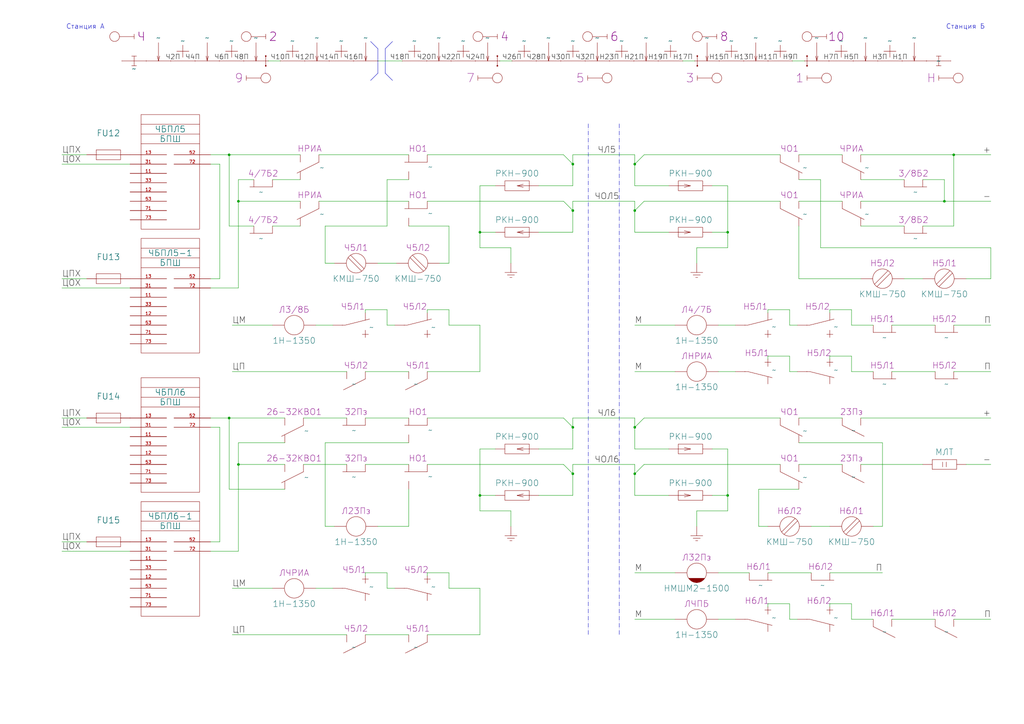
<source format=kicad_sch>
(kicad_sch (version 20250114) (generator "eeschema") (generator_version "9.0")
  (paper "A3")
  (title_block (title "Станция А") (company "МКТ РУТ (МИИТ)") (comment 1 "КП 27.02.03.03.000 ГЧ") (comment 2 "Сафранович") (comment 3 "Бузунова") (comment 9 "Схема линейных цепей"))
  (lib_symbols
    (symbol "Blocks:БПШ" (pin_names (offset 0) (hide yes))
      (property "Reference" "ЧБПЛ" (at 0 10.52 0))
      (property "Value" "БПШ" (at 0 6.52 0))
      (symbol "БПШ_1_1"
        (pin bidirectional line (at -16.51 0 0) (length 15) (name "") (number "13"))
        (pin bidirectional line (at -16.51 -3.81 0) (length 15) (name "") (number "31"))
        (pin bidirectional line (at -16.51 -7.62 0) (length 15) (name "") (number "11"))
        (pin bidirectional line (at -16.51 -11.43 0) (length 15) (name "") (number "33"))
        (pin bidirectional line (at -16.51 -15.24 0) (length 15) (name "") (number "12"))
        (pin bidirectional line (at -16.51 -19.05 0) (length 15) (name "") (number "53"))
        (pin bidirectional line (at -16.51 -22.86 0) (length 15) (name "") (number "71"))
        (pin bidirectional line (at -16.51 -26.67 0) (length 15) (name "") (number "73"))
        (pin bidirectional line (at 16.51 0 180) (length 15) (name "") (number "52"))
        (pin bidirectional line (at 16.51 -3.81 180) (length 15) (name "") (number "72"))
      )
    )
    (symbol "Device_GOST:FU_FUSE" (pin_numbers (hide yes)) (pin_names (offset 0) (hide yes))
      (property "Reference" "FU" (at 0 3.81 0))
      (property "Value" "FU_FUSE" (at 0 -3.81 0))
      (symbol "FU_FUSE_1_1"
        (pin passive line (at -8.89 0 0) (length 3.8862) (name "~") (number "1"))
        (pin passive line (at 8.89 0 180) (length 3.8862) (name "~") (number "2"))
      )
    )
    (symbol "Device_GOST:R_2W" (pin_numbers (hide yes)) (pin_names (offset 0) (hide yes))
      (property "Reference" "R" (at 0 3.81 0))
      (property "Value" "R_2W" (at 0 -3.81 0))
      (symbol "R_2W_1_1"
        (pin passive line (at -8.89 0 0) (length 3.8862) (name "~") (number "1"))
        (pin passive line (at 8.89 0 180) (length 3.8862) (name "~") (number "2"))
      )
    )
    (symbol "SCB:Изостык" (pin_numbers (hide yes)) (pin_names (offset 0) (hide yes))
      (symbol "Изостык_1_1"
        (unit_name "Одиночный")
        (pin unspecified line (at 0 0 90) (length 0) (name "привязка") (number ""))
      )
      (symbol "Изостык_2_1"
        (unit_name "Со светофором")
        (pin unspecified line (at -5 0 0) (length 0) (name "привязка") (number ""))
        (pin unspecified line (at 5 0 180) (length 0) (name "") (number ""))
      )
    )
    (symbol "SCB:Светофор" (pin_numbers (hide yes)) (pin_names (offset 0) (hide yes))
      (property "Литера" "?" (at 3 0 0))
    )
    (symbol "SCB:УКСПС" (pin_numbers (hide yes)) (pin_names (offset 0) (hide yes))
      (property "Литера" "?УКСПС" (at 0 6 0))
      (symbol "УКСПС_1_1"
        (unit_name "Без направления")
        (pin unspecified line (at 0 0 90) (length 0) (name "привязка") (number ""))
      )
      (symbol "УКСПС_2_1"
        (unit_name "С направлением")
        (pin unspecified line (at 0 0 90) (length 0) (name "привязка") (number ""))
      )
    )
    (symbol "SCB_Legacy:Контакт_нейтрального_якоря_НЗ_бн" (pin_numbers (hide yes)) (pin_names (hide yes))
      (property "Обозначение реле" "Н" (at 0 2.54 0))
      (symbol "Контакт_нейтрального_якоря_НЗ_бн_0_1"
        (pin bidirectional line (at -3.81 0 270) (length 3) (name "") (number "1"))
      )
      (symbol "Контакт_нейтрального_якоря_НЗ_бн_1_1"
        (unit_name "Фронтовой-Тыловой")
        (pin bidirectional line (at 3.81 0 270) (length 3) (name "") (number "2"))
        (pin bidirectional line (at 3.81 -10.16 90) (length 3.3) (name "") (number "3"))
      )
      (symbol "Контакт_нейтрального_якоря_НЗ_бн_2_1"
        (unit_name "Тыловой")
        (pin bidirectional line (at 3.81 -10.16 90) (length 3.3) (name "") (number "3"))
      )
      (symbol "Контакт_нейтрального_якоря_НЗ_бн_3_1"
        (unit_name "Фронтовой")
        (pin bidirectional line (at 3.81 0 270) (length 3) (name "") (number "2"))
      )
      (symbol "Контакт_нейтрального_якоря_НЗ_бн_4_1"
        (unit_name "Усиленный перелючающий")
        (pin bidirectional line (at -3.81 0 270) (length 3) (name "") (number "1"))
        (pin bidirectional line (at 8.89 0 180) (length 2) (name "") (number "2"))
        (pin bidirectional line (at 8.89 -10.16 180) (length 2) (name "") (number "3"))
      )
      (symbol "Контакт_нейтрального_якоря_НЗ_бн_5_1"
        (unit_name "Усиленный замыкающий")
        (pin bidirectional line (at 8.89 0 180) (length 2) (name "") (number "2"))
      )
      (symbol "Контакт_нейтрального_якоря_НЗ_бн_6_1"
        (unit_name "Усиленный размыкающий")
        (pin bidirectional line (at 8.89 -10.16 180) (length 2) (name "") (number "3"))
      )
      (symbol "Контакт_нейтрального_якоря_НЗ_бн_7_1"
        (unit_name "С магнитным гашением")
        (pin bidirectional line (at 3.81 -10.16 90) (length 3.3) (name "") (number "3"))
        (pin bidirectional line (at 12.7 0 180) (length 2) (name "") (number "2"))
      )
      (symbol "Контакт_нейтрального_якоря_НЗ_бн_8_1"
        (unit_name "С безобрывным переключением")
        (pin bidirectional line (at 3.81 0 270) (length 3) (name "") (number "2"))
        (pin bidirectional line (at 3.81 -10.16 90) (length 3.3) (name "") (number "3"))
      )
    )
    (symbol "SCB_Legacy:Контакт_нейтрального_якоря_бн" (pin_numbers (hide yes)) (pin_names (hide yes))
      (property "Обозначение реле" "Н" (at 0 2.54 0))
      (symbol "Контакт_нейтрального_якоря_бн_0_1"
        (pin bidirectional line (at -3.81 0 270) (length 3) (name "") (number "1"))
      )
      (symbol "Контакт_нейтрального_якоря_бн_1_1"
        (unit_name "Фронтовой-Тыловой")
        (pin bidirectional line (at 3.81 0 270) (length 3) (name "") (number "2"))
        (pin bidirectional line (at 3.81 -10.16 90) (length 3.3) (name "") (number "3"))
      )
      (symbol "Контакт_нейтрального_якоря_бн_2_1"
        (unit_name "Тыловой")
        (pin bidirectional line (at 3.81 -10.16 90) (length 3.3) (name "") (number "3"))
      )
      (symbol "Контакт_нейтрального_якоря_бн_3_1"
        (unit_name "Фронтовой")
        (pin bidirectional line (at 3.81 0 270) (length 3) (name "") (number "2"))
      )
      (symbol "Контакт_нейтрального_якоря_бн_4_1"
        (unit_name "Усиленный перелючающий")
        (pin bidirectional line (at -3.81 0 270) (length 3) (name "") (number "1"))
        (pin bidirectional line (at 8.89 0 180) (length 2) (name "") (number "2"))
        (pin bidirectional line (at 8.89 -10.16 180) (length 2) (name "") (number "3"))
      )
      (symbol "Контакт_нейтрального_якоря_бн_5_1"
        (unit_name "Усиленный замыкающий")
        (pin bidirectional line (at 8.89 0 180) (length 2) (name "") (number "2"))
      )
      (symbol "Контакт_нейтрального_якоря_бн_6_1"
        (unit_name "Усиленный размыкающий")
        (pin bidirectional line (at 8.89 -10.16 180) (length 2) (name "") (number "3"))
      )
      (symbol "Контакт_нейтрального_якоря_бн_7_1"
        (unit_name "С магнитным гашением")
        (pin bidirectional line (at 3.81 -10.16 90) (length 3.3) (name "") (number "3"))
        (pin bidirectional line (at 12.7 0 180) (length 2) (name "") (number "2"))
      )
      (symbol "Контакт_нейтрального_якоря_бн_8_1"
        (unit_name "С безобрывным переключением")
        (pin bidirectional line (at 3.81 0 270) (length 3) (name "") (number "2"))
        (pin bidirectional line (at 3.81 -10.16 90) (length 3.3) (name "") (number "3"))
      )
      (symbol "Контакт_нейтрального_якоря_бн_9_1"
        (unit_name "Фронтовой-тыловой термолемента")
        (pin bidirectional line (at 3.81 0 270) (length 3) (name "") (number "2"))
        (pin bidirectional line (at 3.81 -10.16 90) (length 3.3) (name "") (number "3"))
      )
      (symbol "Контакт_нейтрального_якоря_бн_10_1"
        (unit_name "Тыловой термолемента")
        (pin bidirectional line (at 3.81 -10.16 90) (length 3.3) (name "") (number "3"))
      )
      (symbol "Контакт_нейтрального_якоря_бн_11_1"
        (unit_name "Фронтовой термолемента")
        (pin bidirectional line (at 3.81 0 270) (length 3) (name "") (number "2"))
      )
    )
    (symbol "SCB_Relay:Комбинированное" (pin_numbers (hide yes)) (pin_names (offset 0.002) (hide yes))
      (property "Value" "КШ" (at 0 -6.35 0))
      (property "Обозначение реле" "К" (at 0 6.35 0))
      (symbol "Комбинированное_1_1"
        (pin power_in line (at -8.89 0 0) (length 4.8) (name "") (number "1"))
        (pin power_in line (at 8.89 0 180) (length 4.8) (name "") (number "4"))
      )
      (symbol "Комбинированное_2_1"
        (unit_name "С замедлением нейтрального якоря")
        (pin power_in line (at -8.89 0 0) (length 4.8) (name "") (number "1"))
        (pin power_in line (at 8.89 0 180) (length 4.8) (name "") (number "4"))
      )
      (symbol "Комбинированное_3_1"
        (unit_name "С самоудержанием")
        (pin power_in line (at -8.89 0 0) (length 4.8) (name "") (number "1"))
        (pin power_in line (at 8.89 0 180) (length 4.8) (name "") (number "4"))
      )
      (symbol "Комбинированное_4_1"
        (unit_name "С двумя обмотками")
        (pin power_in line (at -8.89 1.905 0) (length 5.3) (name "") (number "1"))
        (pin power_in line (at -8.89 -1.905 0) (length 5.3) (name "") (number "4"))
        (pin power_in line (at 8.89 1.905 180) (length 5.3) (name "") (number "3"))
        (pin power_in line (at 8.89 -1.905 180) (length 5.3) (name "") (number "2"))
      )
    )
    (symbol "SCB_Relay:Контакт_поляризованного_якоря_П" (pin_numbers (hide yes)) (pin_names (offset 0.002) (hide yes))
      (property "Обозначение реле" "П" (at 3.81 7.62 0))
      (symbol "Контакт_поляризованного_якоря_П_0_1"
        (pin bidirectional line (at -5.08 0 0) (length 4) (name "") (number "1"))
      )
      (symbol "Контакт_поляризованного_якоря_П_1_1"
        (unit_name "Переключающий")
        (pin bidirectional line (at 8.255 5.08 270) (length 3) (name "") (number "2"))
        (pin bidirectional line (at 8.255 -5.08 90) (length 3) (name "") (number "3"))
      )
      (symbol "Контакт_поляризованного_якоря_П_2_1"
        (unit_name "С магнитным гашением")
        (pin bidirectional line (at 19.685 5.08 180) (length 9) (name "") (number "2"))
        (pin bidirectional line (at 20.32 -5.08 180) (length 12) (name "") (number "3"))
      )
      (symbol "Контакт_поляризованного_якоря_П_3_1"
        (unit_name "Усиленный")
        (pin bidirectional line (at 13.97 -5.08 180) (length 4) (name "") (number "3"))
        (pin bidirectional line (at 14.605 5.08 180) (length 4) (name "") (number "2"))
      )
    )
    (symbol "SCB_Relay:Нейтральное" (pin_numbers (hide yes)) (pin_names (offset 0.002) (hide yes))
      (property "Value" "НМШ" (at 0 -6.35 0))
      (property "Обозначение реле" "Н" (at 0 6.35 0))
      (symbol "Нейтральное_1_1"
        (unit_name "Общее")
        (pin power_in line (at -8.89 0 0) (length 4.8) (name "") (number "1"))
        (pin power_in line (at 8.89 0 180) (length 4.8) (name "") (number "4"))
      )
      (symbol "Нейтральное_2_1"
        (unit_name "С раздельными")
        (pin power_in line (at -8.89 0 0) (length 4.8) (name "") (number "1"))
        (pin power_in line (at -8.89 -1.905 0) (length 5.3) (name "") (number "2"))
        (pin power_in line (at 8.89 0 180) (length 4.8) (name "") (number "3"))
        (pin power_in line (at 8.89 -1.905 180) (length 5.3) (name "") (number "4"))
      )
    )
    (symbol "SCB_Relay:Нейтральное_с_замедлением_на_отпуск" (pin_numbers (hide yes)) (pin_names (offset 0.002) (hide yes))
      (property "Value" "НМШМ" (at 0 -6.35 0))
      (property "Обозначение реле" "Н" (at 0 6.35 0))
      (symbol "Нейтральное_с_замедлением_на_отпуск_1_1"
        (unit_name "Общее")
        (pin power_in line (at -8.89 0 0) (length 4.8) (name "") (number "1"))
        (pin power_in line (at 8.89 0 180) (length 4.8) (name "") (number "4"))
      )
      (symbol "Нейтральное_с_замедлением_на_отпуск_2_1"
        (unit_name "С раздельными")
        (pin power_in line (at -8.89 0 0) (length 4.8) (name "") (number "1"))
        (pin power_in line (at -8.89 -1.905 0) (length 5.3) (name "") (number "2"))
        (pin power_in line (at 8.89 0 180) (length 4.8) (name "") (number "3"))
        (pin power_in line (at 8.89 -1.905 180) (length 5.3) (name "") (number "4"))
      )
    )
    (symbol "SCB_Relay:Разрядник" (pin_numbers (hide yes)) (pin_names (offset 0) (hide yes))
      (property "Reference" "FU" (at 0 4 0))
      (property "Value" "РКН" (at 0 -4 0))
      (symbol "Разрядник_1_1"
        (pin passive line (at -8.89 0 0) (length 3.8862) (name "~") (number "1"))
        (pin passive line (at 8.89 0 180) (length 3.8862) (name "~") (number "2"))
      )
    )
    (symbol "SCB_АБТЦ:Генератор_Нитки"
      (symbol "Генератор_Нитки_1_1"
        (pin unspecified line (at -5 0 0) (length 0) (name "") (number ""))
        (pin unspecified line (at 5 0 180) (length 0) (name "") (number ""))
      )
    )
    (symbol "SCB_АБТЦ:Приемник_Нитки"
      (symbol "Приемник_Нитки_1_1"
        (pin unspecified line (at -5 0 0) (length 0) (name "") (number ""))
        (pin unspecified line (at 5 0 180) (length 0) (name "") (number ""))
      )
    )
    (symbol "power_GOST:Earth" (power) (pin_numbers (hide yes)) (pin_names (offset 0) (hide yes))
      (symbol "Earth_1_1"
        (pin passive line (at 0 0 270) (length 0) (hide yes) (name "Earth") (number "1"))
      )
    )
    (symbol "Контакт_нейтрального_якоря_НЗ_бн_1" (pin_numbers (hide yes)) (pin_names (hide yes))
      (property "Обозначение реле" "Н" (at 0 2.54 0))
      (symbol "Контакт_нейтрального_якоря_НЗ_бн_1_0_1"
        (pin bidirectional line (at -3.81 0 270) (length 3) (name "") (number "1"))
      )
      (symbol "Контакт_нейтрального_якоря_НЗ_бн_1_1_1"
        (unit_name "Фронтовой-Тыловой")
        (pin bidirectional line (at 3.81 0 270) (length 3) (name "") (number "2"))
        (pin bidirectional line (at 3.81 -10.16 90) (length 3.3) (name "") (number "3"))
      )
      (symbol "Контакт_нейтрального_якоря_НЗ_бн_1_2_1"
        (unit_name "Тыловой")
        (pin bidirectional line (at 3.81 -10.16 90) (length 3.3) (name "") (number "3"))
      )
      (symbol "Контакт_нейтрального_якоря_НЗ_бн_1_3_1"
        (unit_name "Фронтовой")
        (pin bidirectional line (at 3.81 0 270) (length 3) (name "") (number "2"))
      )
      (symbol "Контакт_нейтрального_якоря_НЗ_бн_1_4_1"
        (unit_name "Усиленный перелючающий")
        (pin bidirectional line (at -3.81 0 270) (length 3) (name "") (number "1"))
        (pin bidirectional line (at 8.89 0 180) (length 2) (name "") (number "2"))
        (pin bidirectional line (at 8.89 -10.16 180) (length 2) (name "") (number "3"))
      )
      (symbol "Контакт_нейтрального_якоря_НЗ_бн_1_5_1"
        (unit_name "Усиленный замыкающий")
        (pin bidirectional line (at 8.89 0 180) (length 2) (name "") (number "2"))
      )
      (symbol "Контакт_нейтрального_якоря_НЗ_бн_1_6_1"
        (unit_name "Усиленный размыкающий")
        (pin bidirectional line (at 8.89 -10.16 180) (length 2) (name "") (number "3"))
      )
      (symbol "Контакт_нейтрального_якоря_НЗ_бн_1_7_1"
        (unit_name "С магнитным гашением")
        (pin bidirectional line (at 3.81 -10.16 90) (length 3.3) (name "") (number "3"))
        (pin bidirectional line (at 12.7 0 180) (length 2) (name "") (number "2"))
      )
      (symbol "Контакт_нейтрального_якоря_НЗ_бн_1_8_1"
        (unit_name "С безобрывным переключением")
        (pin bidirectional line (at 3.81 0 270) (length 3) (name "") (number "2"))
        (pin bidirectional line (at 3.81 -10.16 90) (length 3.3) (name "") (number "3"))
      )
    )
    (symbol "Контакт_нейтрального_якоря_НЗ_бн_10" (pin_numbers (hide yes)) (pin_names (hide yes))
      (property "Обозначение реле" "Н" (at 0 2.54 0))
      (symbol "Контакт_нейтрального_якоря_НЗ_бн_10_0_1"
        (pin bidirectional line (at -3.81 0 270) (length 3) (name "") (number "1"))
      )
      (symbol "Контакт_нейтрального_якоря_НЗ_бн_10_1_1"
        (unit_name "Фронтовой-Тыловой")
        (pin bidirectional line (at 3.81 0 270) (length 3) (name "") (number "2"))
        (pin bidirectional line (at 3.81 -10.16 90) (length 3.3) (name "") (number "3"))
      )
      (symbol "Контакт_нейтрального_якоря_НЗ_бн_10_2_1"
        (unit_name "Тыловой")
        (pin bidirectional line (at 3.81 -10.16 90) (length 3.3) (name "") (number "3"))
      )
      (symbol "Контакт_нейтрального_якоря_НЗ_бн_10_3_1"
        (unit_name "Фронтовой")
        (pin bidirectional line (at 3.81 0 270) (length 3) (name "") (number "2"))
      )
      (symbol "Контакт_нейтрального_якоря_НЗ_бн_10_4_1"
        (unit_name "Усиленный перелючающий")
        (pin bidirectional line (at -3.81 0 270) (length 3) (name "") (number "1"))
        (pin bidirectional line (at 8.89 0 180) (length 2) (name "") (number "2"))
        (pin bidirectional line (at 8.89 -10.16 180) (length 2) (name "") (number "3"))
      )
      (symbol "Контакт_нейтрального_якоря_НЗ_бн_10_5_1"
        (unit_name "Усиленный замыкающий")
        (pin bidirectional line (at 8.89 0 180) (length 2) (name "") (number "2"))
      )
      (symbol "Контакт_нейтрального_якоря_НЗ_бн_10_6_1"
        (unit_name "Усиленный размыкающий")
        (pin bidirectional line (at 8.89 -10.16 180) (length 2) (name "") (number "3"))
      )
      (symbol "Контакт_нейтрального_якоря_НЗ_бн_10_7_1"
        (unit_name "С магнитным гашением")
        (pin bidirectional line (at 3.81 -10.16 90) (length 3.3) (name "") (number "3"))
        (pin bidirectional line (at 12.7 0 180) (length 2) (name "") (number "2"))
      )
      (symbol "Контакт_нейтрального_якоря_НЗ_бн_10_8_1"
        (unit_name "С безобрывным переключением")
        (pin bidirectional line (at 3.81 0 270) (length 3) (name "") (number "2"))
        (pin bidirectional line (at 3.81 -10.16 90) (length 3.3) (name "") (number "3"))
      )
    )
    (symbol "Контакт_нейтрального_якоря_НЗ_бн_11" (pin_numbers (hide yes)) (pin_names (hide yes))
      (property "Обозначение реле" "Н" (at 0 2.54 0))
      (symbol "Контакт_нейтрального_якоря_НЗ_бн_11_0_1"
        (pin bidirectional line (at -3.81 0 270) (length 3) (name "") (number "1"))
      )
      (symbol "Контакт_нейтрального_якоря_НЗ_бн_11_1_1"
        (unit_name "Фронтовой-Тыловой")
        (pin bidirectional line (at 3.81 0 270) (length 3) (name "") (number "2"))
        (pin bidirectional line (at 3.81 -10.16 90) (length 3.3) (name "") (number "3"))
      )
      (symbol "Контакт_нейтрального_якоря_НЗ_бн_11_2_1"
        (unit_name "Тыловой")
        (pin bidirectional line (at 3.81 -10.16 90) (length 3.3) (name "") (number "3"))
      )
      (symbol "Контакт_нейтрального_якоря_НЗ_бн_11_3_1"
        (unit_name "Фронтовой")
        (pin bidirectional line (at 3.81 0 270) (length 3) (name "") (number "2"))
      )
      (symbol "Контакт_нейтрального_якоря_НЗ_бн_11_4_1"
        (unit_name "Усиленный перелючающий")
        (pin bidirectional line (at -3.81 0 270) (length 3) (name "") (number "1"))
        (pin bidirectional line (at 8.89 0 180) (length 2) (name "") (number "2"))
        (pin bidirectional line (at 8.89 -10.16 180) (length 2) (name "") (number "3"))
      )
      (symbol "Контакт_нейтрального_якоря_НЗ_бн_11_5_1"
        (unit_name "Усиленный замыкающий")
        (pin bidirectional line (at 8.89 0 180) (length 2) (name "") (number "2"))
      )
      (symbol "Контакт_нейтрального_якоря_НЗ_бн_11_6_1"
        (unit_name "Усиленный размыкающий")
        (pin bidirectional line (at 8.89 -10.16 180) (length 2) (name "") (number "3"))
      )
      (symbol "Контакт_нейтрального_якоря_НЗ_бн_11_7_1"
        (unit_name "С магнитным гашением")
        (pin bidirectional line (at 3.81 -10.16 90) (length 3.3) (name "") (number "3"))
        (pin bidirectional line (at 12.7 0 180) (length 2) (name "") (number "2"))
      )
      (symbol "Контакт_нейтрального_якоря_НЗ_бн_11_8_1"
        (unit_name "С безобрывным переключением")
        (pin bidirectional line (at 3.81 0 270) (length 3) (name "") (number "2"))
        (pin bidirectional line (at 3.81 -10.16 90) (length 3.3) (name "") (number "3"))
      )
    )
    (symbol "Контакт_нейтрального_якоря_НЗ_бн_12" (pin_numbers (hide yes)) (pin_names (hide yes))
      (property "Обозначение реле" "Н" (at 0 2.54 0))
      (symbol "Контакт_нейтрального_якоря_НЗ_бн_12_0_1"
        (pin bidirectional line (at -3.81 0 270) (length 3) (name "") (number "1"))
      )
      (symbol "Контакт_нейтрального_якоря_НЗ_бн_12_1_1"
        (unit_name "Фронтовой-Тыловой")
        (pin bidirectional line (at 3.81 0 270) (length 3) (name "") (number "2"))
        (pin bidirectional line (at 3.81 -10.16 90) (length 3.3) (name "") (number "3"))
      )
      (symbol "Контакт_нейтрального_якоря_НЗ_бн_12_2_1"
        (unit_name "Тыловой")
        (pin bidirectional line (at 3.81 -10.16 90) (length 3.3) (name "") (number "3"))
      )
      (symbol "Контакт_нейтрального_якоря_НЗ_бн_12_3_1"
        (unit_name "Фронтовой")
        (pin bidirectional line (at 3.81 0 270) (length 3) (name "") (number "2"))
      )
      (symbol "Контакт_нейтрального_якоря_НЗ_бн_12_4_1"
        (unit_name "Усиленный перелючающий")
        (pin bidirectional line (at -3.81 0 270) (length 3) (name "") (number "1"))
        (pin bidirectional line (at 8.89 0 180) (length 2) (name "") (number "2"))
        (pin bidirectional line (at 8.89 -10.16 180) (length 2) (name "") (number "3"))
      )
      (symbol "Контакт_нейтрального_якоря_НЗ_бн_12_5_1"
        (unit_name "Усиленный замыкающий")
        (pin bidirectional line (at 8.89 0 180) (length 2) (name "") (number "2"))
      )
      (symbol "Контакт_нейтрального_якоря_НЗ_бн_12_6_1"
        (unit_name "Усиленный размыкающий")
        (pin bidirectional line (at 8.89 -10.16 180) (length 2) (name "") (number "3"))
      )
      (symbol "Контакт_нейтрального_якоря_НЗ_бн_12_7_1"
        (unit_name "С магнитным гашением")
        (pin bidirectional line (at 3.81 -10.16 90) (length 3.3) (name "") (number "3"))
        (pin bidirectional line (at 12.7 0 180) (length 2) (name "") (number "2"))
      )
      (symbol "Контакт_нейтрального_якоря_НЗ_бн_12_8_1"
        (unit_name "С безобрывным переключением")
        (pin bidirectional line (at 3.81 0 270) (length 3) (name "") (number "2"))
        (pin bidirectional line (at 3.81 -10.16 90) (length 3.3) (name "") (number "3"))
      )
    )
    (symbol "Контакт_нейтрального_якоря_НЗ_бн_13" (pin_numbers (hide yes)) (pin_names (hide yes))
      (property "Обозначение реле" "Н" (at 0 2.54 0))
      (symbol "Контакт_нейтрального_якоря_НЗ_бн_13_0_1"
        (pin bidirectional line (at -3.81 0 270) (length 3) (name "") (number "1"))
      )
      (symbol "Контакт_нейтрального_якоря_НЗ_бн_13_1_1"
        (unit_name "Фронтовой-Тыловой")
        (pin bidirectional line (at 3.81 0 270) (length 3) (name "") (number "2"))
        (pin bidirectional line (at 3.81 -10.16 90) (length 3.3) (name "") (number "3"))
      )
      (symbol "Контакт_нейтрального_якоря_НЗ_бн_13_2_1"
        (unit_name "Тыловой")
        (pin bidirectional line (at 3.81 -10.16 90) (length 3.3) (name "") (number "3"))
      )
      (symbol "Контакт_нейтрального_якоря_НЗ_бн_13_3_1"
        (unit_name "Фронтовой")
        (pin bidirectional line (at 3.81 0 270) (length 3) (name "") (number "2"))
      )
      (symbol "Контакт_нейтрального_якоря_НЗ_бн_13_4_1"
        (unit_name "Усиленный перелючающий")
        (pin bidirectional line (at -3.81 0 270) (length 3) (name "") (number "1"))
        (pin bidirectional line (at 8.89 0 180) (length 2) (name "") (number "2"))
        (pin bidirectional line (at 8.89 -10.16 180) (length 2) (name "") (number "3"))
      )
      (symbol "Контакт_нейтрального_якоря_НЗ_бн_13_5_1"
        (unit_name "Усиленный замыкающий")
        (pin bidirectional line (at 8.89 0 180) (length 2) (name "") (number "2"))
      )
      (symbol "Контакт_нейтрального_якоря_НЗ_бн_13_6_1"
        (unit_name "Усиленный размыкающий")
        (pin bidirectional line (at 8.89 -10.16 180) (length 2) (name "") (number "3"))
      )
      (symbol "Контакт_нейтрального_якоря_НЗ_бн_13_7_1"
        (unit_name "С магнитным гашением")
        (pin bidirectional line (at 3.81 -10.16 90) (length 3.3) (name "") (number "3"))
        (pin bidirectional line (at 12.7 0 180) (length 2) (name "") (number "2"))
      )
      (symbol "Контакт_нейтрального_якоря_НЗ_бн_13_8_1"
        (unit_name "С безобрывным переключением")
        (pin bidirectional line (at 3.81 0 270) (length 3) (name "") (number "2"))
        (pin bidirectional line (at 3.81 -10.16 90) (length 3.3) (name "") (number "3"))
      )
    )
    (symbol "Контакт_нейтрального_якоря_НЗ_бн_14" (pin_numbers (hide yes)) (pin_names (hide yes))
      (property "Обозначение реле" "Н" (at 0 2.54 0))
      (symbol "Контакт_нейтрального_якоря_НЗ_бн_14_0_1"
        (pin bidirectional line (at -3.81 0 270) (length 3) (name "") (number "1"))
      )
      (symbol "Контакт_нейтрального_якоря_НЗ_бн_14_1_1"
        (unit_name "Фронтовой-Тыловой")
        (pin bidirectional line (at 3.81 0 270) (length 3) (name "") (number "2"))
        (pin bidirectional line (at 3.81 -10.16 90) (length 3.3) (name "") (number "3"))
      )
      (symbol "Контакт_нейтрального_якоря_НЗ_бн_14_2_1"
        (unit_name "Тыловой")
        (pin bidirectional line (at 3.81 -10.16 90) (length 3.3) (name "") (number "3"))
      )
      (symbol "Контакт_нейтрального_якоря_НЗ_бн_14_3_1"
        (unit_name "Фронтовой")
        (pin bidirectional line (at 3.81 0 270) (length 3) (name "") (number "2"))
      )
      (symbol "Контакт_нейтрального_якоря_НЗ_бн_14_4_1"
        (unit_name "Усиленный перелючающий")
        (pin bidirectional line (at -3.81 0 270) (length 3) (name "") (number "1"))
        (pin bidirectional line (at 8.89 0 180) (length 2) (name "") (number "2"))
        (pin bidirectional line (at 8.89 -10.16 180) (length 2) (name "") (number "3"))
      )
      (symbol "Контакт_нейтрального_якоря_НЗ_бн_14_5_1"
        (unit_name "Усиленный замыкающий")
        (pin bidirectional line (at 8.89 0 180) (length 2) (name "") (number "2"))
      )
      (symbol "Контакт_нейтрального_якоря_НЗ_бн_14_6_1"
        (unit_name "Усиленный размыкающий")
        (pin bidirectional line (at 8.89 -10.16 180) (length 2) (name "") (number "3"))
      )
      (symbol "Контакт_нейтрального_якоря_НЗ_бн_14_7_1"
        (unit_name "С магнитным гашением")
        (pin bidirectional line (at 3.81 -10.16 90) (length 3.3) (name "") (number "3"))
        (pin bidirectional line (at 12.7 0 180) (length 2) (name "") (number "2"))
      )
      (symbol "Контакт_нейтрального_якоря_НЗ_бн_14_8_1"
        (unit_name "С безобрывным переключением")
        (pin bidirectional line (at 3.81 0 270) (length 3) (name "") (number "2"))
        (pin bidirectional line (at 3.81 -10.16 90) (length 3.3) (name "") (number "3"))
      )
    )
    (symbol "Контакт_нейтрального_якоря_НЗ_бн_15" (pin_numbers (hide yes)) (pin_names (hide yes))
      (property "Обозначение реле" "Н" (at 0 2.54 0))
      (symbol "Контакт_нейтрального_якоря_НЗ_бн_15_0_1"
        (pin bidirectional line (at -3.81 0 270) (length 3) (name "") (number "1"))
      )
      (symbol "Контакт_нейтрального_якоря_НЗ_бн_15_1_1"
        (unit_name "Фронтовой-Тыловой")
        (pin bidirectional line (at 3.81 0 270) (length 3) (name "") (number "2"))
        (pin bidirectional line (at 3.81 -10.16 90) (length 3.3) (name "") (number "3"))
      )
      (symbol "Контакт_нейтрального_якоря_НЗ_бн_15_2_1"
        (unit_name "Тыловой")
        (pin bidirectional line (at 3.81 -10.16 90) (length 3.3) (name "") (number "3"))
      )
      (symbol "Контакт_нейтрального_якоря_НЗ_бн_15_3_1"
        (unit_name "Фронтовой")
        (pin bidirectional line (at 3.81 0 270) (length 3) (name "") (number "2"))
      )
      (symbol "Контакт_нейтрального_якоря_НЗ_бн_15_4_1"
        (unit_name "Усиленный перелючающий")
        (pin bidirectional line (at -3.81 0 270) (length 3) (name "") (number "1"))
        (pin bidirectional line (at 8.89 0 180) (length 2) (name "") (number "2"))
        (pin bidirectional line (at 8.89 -10.16 180) (length 2) (name "") (number "3"))
      )
      (symbol "Контакт_нейтрального_якоря_НЗ_бн_15_5_1"
        (unit_name "Усиленный замыкающий")
        (pin bidirectional line (at 8.89 0 180) (length 2) (name "") (number "2"))
      )
      (symbol "Контакт_нейтрального_якоря_НЗ_бн_15_6_1"
        (unit_name "Усиленный размыкающий")
        (pin bidirectional line (at 8.89 -10.16 180) (length 2) (name "") (number "3"))
      )
      (symbol "Контакт_нейтрального_якоря_НЗ_бн_15_7_1"
        (unit_name "С магнитным гашением")
        (pin bidirectional line (at 3.81 -10.16 90) (length 3.3) (name "") (number "3"))
        (pin bidirectional line (at 12.7 0 180) (length 2) (name "") (number "2"))
      )
      (symbol "Контакт_нейтрального_якоря_НЗ_бн_15_8_1"
        (unit_name "С безобрывным переключением")
        (pin bidirectional line (at 3.81 0 270) (length 3) (name "") (number "2"))
        (pin bidirectional line (at 3.81 -10.16 90) (length 3.3) (name "") (number "3"))
      )
    )
    (symbol "Контакт_нейтрального_якоря_НЗ_бн_2" (pin_numbers (hide yes)) (pin_names (hide yes))
      (property "Обозначение реле" "Н" (at 0 2.54 0))
      (symbol "Контакт_нейтрального_якоря_НЗ_бн_2_0_1"
        (pin bidirectional line (at -3.81 0 270) (length 3) (name "") (number "1"))
      )
      (symbol "Контакт_нейтрального_якоря_НЗ_бн_2_1_1"
        (unit_name "Фронтовой-Тыловой")
        (pin bidirectional line (at 3.81 0 270) (length 3) (name "") (number "2"))
        (pin bidirectional line (at 3.81 -10.16 90) (length 3.3) (name "") (number "3"))
      )
      (symbol "Контакт_нейтрального_якоря_НЗ_бн_2_2_1"
        (unit_name "Тыловой")
        (pin bidirectional line (at 3.81 -10.16 90) (length 3.3) (name "") (number "3"))
      )
      (symbol "Контакт_нейтрального_якоря_НЗ_бн_2_3_1"
        (unit_name "Фронтовой")
        (pin bidirectional line (at 3.81 0 270) (length 3) (name "") (number "2"))
      )
      (symbol "Контакт_нейтрального_якоря_НЗ_бн_2_4_1"
        (unit_name "Усиленный перелючающий")
        (pin bidirectional line (at -3.81 0 270) (length 3) (name "") (number "1"))
        (pin bidirectional line (at 8.89 0 180) (length 2) (name "") (number "2"))
        (pin bidirectional line (at 8.89 -10.16 180) (length 2) (name "") (number "3"))
      )
      (symbol "Контакт_нейтрального_якоря_НЗ_бн_2_5_1"
        (unit_name "Усиленный замыкающий")
        (pin bidirectional line (at 8.89 0 180) (length 2) (name "") (number "2"))
      )
      (symbol "Контакт_нейтрального_якоря_НЗ_бн_2_6_1"
        (unit_name "Усиленный размыкающий")
        (pin bidirectional line (at 8.89 -10.16 180) (length 2) (name "") (number "3"))
      )
      (symbol "Контакт_нейтрального_якоря_НЗ_бн_2_7_1"
        (unit_name "С магнитным гашением")
        (pin bidirectional line (at 3.81 -10.16 90) (length 3.3) (name "") (number "3"))
        (pin bidirectional line (at 12.7 0 180) (length 2) (name "") (number "2"))
      )
      (symbol "Контакт_нейтрального_якоря_НЗ_бн_2_8_1"
        (unit_name "С безобрывным переключением")
        (pin bidirectional line (at 3.81 0 270) (length 3) (name "") (number "2"))
        (pin bidirectional line (at 3.81 -10.16 90) (length 3.3) (name "") (number "3"))
      )
    )
    (symbol "Контакт_нейтрального_якоря_НЗ_бн_3" (pin_numbers (hide yes)) (pin_names (hide yes))
      (property "Обозначение реле" "Н" (at 0 2.54 0))
      (symbol "Контакт_нейтрального_якоря_НЗ_бн_3_0_1"
        (pin bidirectional line (at -3.81 0 270) (length 3) (name "") (number "1"))
      )
      (symbol "Контакт_нейтрального_якоря_НЗ_бн_3_1_1"
        (unit_name "Фронтовой-Тыловой")
        (pin bidirectional line (at 3.81 0 270) (length 3) (name "") (number "2"))
        (pin bidirectional line (at 3.81 -10.16 90) (length 3.3) (name "") (number "3"))
      )
      (symbol "Контакт_нейтрального_якоря_НЗ_бн_3_2_1"
        (unit_name "Тыловой")
        (pin bidirectional line (at 3.81 -10.16 90) (length 3.3) (name "") (number "3"))
      )
      (symbol "Контакт_нейтрального_якоря_НЗ_бн_3_3_1"
        (unit_name "Фронтовой")
        (pin bidirectional line (at 3.81 0 270) (length 3) (name "") (number "2"))
      )
      (symbol "Контакт_нейтрального_якоря_НЗ_бн_3_4_1"
        (unit_name "Усиленный перелючающий")
        (pin bidirectional line (at -3.81 0 270) (length 3) (name "") (number "1"))
        (pin bidirectional line (at 8.89 0 180) (length 2) (name "") (number "2"))
        (pin bidirectional line (at 8.89 -10.16 180) (length 2) (name "") (number "3"))
      )
      (symbol "Контакт_нейтрального_якоря_НЗ_бн_3_5_1"
        (unit_name "Усиленный замыкающий")
        (pin bidirectional line (at 8.89 0 180) (length 2) (name "") (number "2"))
      )
      (symbol "Контакт_нейтрального_якоря_НЗ_бн_3_6_1"
        (unit_name "Усиленный размыкающий")
        (pin bidirectional line (at 8.89 -10.16 180) (length 2) (name "") (number "3"))
      )
      (symbol "Контакт_нейтрального_якоря_НЗ_бн_3_7_1"
        (unit_name "С магнитным гашением")
        (pin bidirectional line (at 3.81 -10.16 90) (length 3.3) (name "") (number "3"))
        (pin bidirectional line (at 12.7 0 180) (length 2) (name "") (number "2"))
      )
      (symbol "Контакт_нейтрального_якоря_НЗ_бн_3_8_1"
        (unit_name "С безобрывным переключением")
        (pin bidirectional line (at 3.81 0 270) (length 3) (name "") (number "2"))
        (pin bidirectional line (at 3.81 -10.16 90) (length 3.3) (name "") (number "3"))
      )
    )
    (symbol "Контакт_нейтрального_якоря_НЗ_бн_4" (pin_numbers (hide yes)) (pin_names (hide yes))
      (property "Обозначение реле" "Н" (at 0 2.54 0))
      (symbol "Контакт_нейтрального_якоря_НЗ_бн_4_0_1"
        (pin bidirectional line (at -3.81 0 270) (length 3) (name "") (number "1"))
      )
      (symbol "Контакт_нейтрального_якоря_НЗ_бн_4_1_1"
        (unit_name "Фронтовой-Тыловой")
        (pin bidirectional line (at 3.81 0 270) (length 3) (name "") (number "2"))
        (pin bidirectional line (at 3.81 -10.16 90) (length 3.3) (name "") (number "3"))
      )
      (symbol "Контакт_нейтрального_якоря_НЗ_бн_4_2_1"
        (unit_name "Тыловой")
        (pin bidirectional line (at 3.81 -10.16 90) (length 3.3) (name "") (number "3"))
      )
      (symbol "Контакт_нейтрального_якоря_НЗ_бн_4_3_1"
        (unit_name "Фронтовой")
        (pin bidirectional line (at 3.81 0 270) (length 3) (name "") (number "2"))
      )
      (symbol "Контакт_нейтрального_якоря_НЗ_бн_4_4_1"
        (unit_name "Усиленный перелючающий")
        (pin bidirectional line (at -3.81 0 270) (length 3) (name "") (number "1"))
        (pin bidirectional line (at 8.89 0 180) (length 2) (name "") (number "2"))
        (pin bidirectional line (at 8.89 -10.16 180) (length 2) (name "") (number "3"))
      )
      (symbol "Контакт_нейтрального_якоря_НЗ_бн_4_5_1"
        (unit_name "Усиленный замыкающий")
        (pin bidirectional line (at 8.89 0 180) (length 2) (name "") (number "2"))
      )
      (symbol "Контакт_нейтрального_якоря_НЗ_бн_4_6_1"
        (unit_name "Усиленный размыкающий")
        (pin bidirectional line (at 8.89 -10.16 180) (length 2) (name "") (number "3"))
      )
      (symbol "Контакт_нейтрального_якоря_НЗ_бн_4_7_1"
        (unit_name "С магнитным гашением")
        (pin bidirectional line (at 3.81 -10.16 90) (length 3.3) (name "") (number "3"))
        (pin bidirectional line (at 12.7 0 180) (length 2) (name "") (number "2"))
      )
      (symbol "Контакт_нейтрального_якоря_НЗ_бн_4_8_1"
        (unit_name "С безобрывным переключением")
        (pin bidirectional line (at 3.81 0 270) (length 3) (name "") (number "2"))
        (pin bidirectional line (at 3.81 -10.16 90) (length 3.3) (name "") (number "3"))
      )
    )
    (symbol "Контакт_нейтрального_якоря_НЗ_бн_5" (pin_numbers (hide yes)) (pin_names (hide yes))
      (property "Обозначение реле" "Н" (at 0 2.54 0))
      (symbol "Контакт_нейтрального_якоря_НЗ_бн_5_0_1"
        (pin bidirectional line (at -3.81 0 270) (length 3) (name "") (number "1"))
      )
      (symbol "Контакт_нейтрального_якоря_НЗ_бн_5_1_1"
        (unit_name "Фронтовой-Тыловой")
        (pin bidirectional line (at 3.81 0 270) (length 3) (name "") (number "2"))
        (pin bidirectional line (at 3.81 -10.16 90) (length 3.3) (name "") (number "3"))
      )
      (symbol "Контакт_нейтрального_якоря_НЗ_бн_5_2_1"
        (unit_name "Тыловой")
        (pin bidirectional line (at 3.81 -10.16 90) (length 3.3) (name "") (number "3"))
      )
      (symbol "Контакт_нейтрального_якоря_НЗ_бн_5_3_1"
        (unit_name "Фронтовой")
        (pin bidirectional line (at 3.81 0 270) (length 3) (name "") (number "2"))
      )
      (symbol "Контакт_нейтрального_якоря_НЗ_бн_5_4_1"
        (unit_name "Усиленный перелючающий")
        (pin bidirectional line (at -3.81 0 270) (length 3) (name "") (number "1"))
        (pin bidirectional line (at 8.89 0 180) (length 2) (name "") (number "2"))
        (pin bidirectional line (at 8.89 -10.16 180) (length 2) (name "") (number "3"))
      )
      (symbol "Контакт_нейтрального_якоря_НЗ_бн_5_5_1"
        (unit_name "Усиленный замыкающий")
        (pin bidirectional line (at 8.89 0 180) (length 2) (name "") (number "2"))
      )
      (symbol "Контакт_нейтрального_якоря_НЗ_бн_5_6_1"
        (unit_name "Усиленный размыкающий")
        (pin bidirectional line (at 8.89 -10.16 180) (length 2) (name "") (number "3"))
      )
      (symbol "Контакт_нейтрального_якоря_НЗ_бн_5_7_1"
        (unit_name "С магнитным гашением")
        (pin bidirectional line (at 3.81 -10.16 90) (length 3.3) (name "") (number "3"))
        (pin bidirectional line (at 12.7 0 180) (length 2) (name "") (number "2"))
      )
      (symbol "Контакт_нейтрального_якоря_НЗ_бн_5_8_1"
        (unit_name "С безобрывным переключением")
        (pin bidirectional line (at 3.81 0 270) (length 3) (name "") (number "2"))
        (pin bidirectional line (at 3.81 -10.16 90) (length 3.3) (name "") (number "3"))
      )
    )
    (symbol "Контакт_нейтрального_якоря_НЗ_бн_6" (pin_numbers (hide yes)) (pin_names (hide yes))
      (property "Обозначение реле" "Н" (at 0 2.54 0))
      (symbol "Контакт_нейтрального_якоря_НЗ_бн_6_0_1"
        (pin bidirectional line (at -3.81 0 270) (length 3) (name "") (number "1"))
      )
      (symbol "Контакт_нейтрального_якоря_НЗ_бн_6_1_1"
        (unit_name "Фронтовой-Тыловой")
        (pin bidirectional line (at 3.81 0 270) (length 3) (name "") (number "2"))
        (pin bidirectional line (at 3.81 -10.16 90) (length 3.3) (name "") (number "3"))
      )
      (symbol "Контакт_нейтрального_якоря_НЗ_бн_6_2_1"
        (unit_name "Тыловой")
        (pin bidirectional line (at 3.81 -10.16 90) (length 3.3) (name "") (number "3"))
      )
      (symbol "Контакт_нейтрального_якоря_НЗ_бн_6_3_1"
        (unit_name "Фронтовой")
        (pin bidirectional line (at 3.81 0 270) (length 3) (name "") (number "2"))
      )
      (symbol "Контакт_нейтрального_якоря_НЗ_бн_6_4_1"
        (unit_name "Усиленный перелючающий")
        (pin bidirectional line (at -3.81 0 270) (length 3) (name "") (number "1"))
        (pin bidirectional line (at 8.89 0 180) (length 2) (name "") (number "2"))
        (pin bidirectional line (at 8.89 -10.16 180) (length 2) (name "") (number "3"))
      )
      (symbol "Контакт_нейтрального_якоря_НЗ_бн_6_5_1"
        (unit_name "Усиленный замыкающий")
        (pin bidirectional line (at 8.89 0 180) (length 2) (name "") (number "2"))
      )
      (symbol "Контакт_нейтрального_якоря_НЗ_бн_6_6_1"
        (unit_name "Усиленный размыкающий")
        (pin bidirectional line (at 8.89 -10.16 180) (length 2) (name "") (number "3"))
      )
      (symbol "Контакт_нейтрального_якоря_НЗ_бн_6_7_1"
        (unit_name "С магнитным гашением")
        (pin bidirectional line (at 3.81 -10.16 90) (length 3.3) (name "") (number "3"))
        (pin bidirectional line (at 12.7 0 180) (length 2) (name "") (number "2"))
      )
      (symbol "Контакт_нейтрального_якоря_НЗ_бн_6_8_1"
        (unit_name "С безобрывным переключением")
        (pin bidirectional line (at 3.81 0 270) (length 3) (name "") (number "2"))
        (pin bidirectional line (at 3.81 -10.16 90) (length 3.3) (name "") (number "3"))
      )
    )
    (symbol "Контакт_нейтрального_якоря_НЗ_бн_7" (pin_numbers (hide yes)) (pin_names (hide yes))
      (property "Обозначение реле" "Н" (at 0 2.54 0))
      (symbol "Контакт_нейтрального_якоря_НЗ_бн_7_0_1"
        (pin bidirectional line (at -3.81 0 270) (length 3) (name "") (number "1"))
      )
      (symbol "Контакт_нейтрального_якоря_НЗ_бн_7_1_1"
        (unit_name "Фронтовой-Тыловой")
        (pin bidirectional line (at 3.81 0 270) (length 3) (name "") (number "2"))
        (pin bidirectional line (at 3.81 -10.16 90) (length 3.3) (name "") (number "3"))
      )
      (symbol "Контакт_нейтрального_якоря_НЗ_бн_7_2_1"
        (unit_name "Тыловой")
        (pin bidirectional line (at 3.81 -10.16 90) (length 3.3) (name "") (number "3"))
      )
      (symbol "Контакт_нейтрального_якоря_НЗ_бн_7_3_1"
        (unit_name "Фронтовой")
        (pin bidirectional line (at 3.81 0 270) (length 3) (name "") (number "2"))
      )
      (symbol "Контакт_нейтрального_якоря_НЗ_бн_7_4_1"
        (unit_name "Усиленный перелючающий")
        (pin bidirectional line (at -3.81 0 270) (length 3) (name "") (number "1"))
        (pin bidirectional line (at 8.89 0 180) (length 2) (name "") (number "2"))
        (pin bidirectional line (at 8.89 -10.16 180) (length 2) (name "") (number "3"))
      )
      (symbol "Контакт_нейтрального_якоря_НЗ_бн_7_5_1"
        (unit_name "Усиленный замыкающий")
        (pin bidirectional line (at 8.89 0 180) (length 2) (name "") (number "2"))
      )
      (symbol "Контакт_нейтрального_якоря_НЗ_бн_7_6_1"
        (unit_name "Усиленный размыкающий")
        (pin bidirectional line (at 8.89 -10.16 180) (length 2) (name "") (number "3"))
      )
      (symbol "Контакт_нейтрального_якоря_НЗ_бн_7_7_1"
        (unit_name "С магнитным гашением")
        (pin bidirectional line (at 3.81 -10.16 90) (length 3.3) (name "") (number "3"))
        (pin bidirectional line (at 12.7 0 180) (length 2) (name "") (number "2"))
      )
      (symbol "Контакт_нейтрального_якоря_НЗ_бн_7_8_1"
        (unit_name "С безобрывным переключением")
        (pin bidirectional line (at 3.81 0 270) (length 3) (name "") (number "2"))
        (pin bidirectional line (at 3.81 -10.16 90) (length 3.3) (name "") (number "3"))
      )
    )
    (symbol "Контакт_нейтрального_якоря_НЗ_бн_8" (pin_numbers (hide yes)) (pin_names (hide yes))
      (property "Обозначение реле" "Н" (at 0 2.54 0))
      (symbol "Контакт_нейтрального_якоря_НЗ_бн_8_0_1"
        (pin bidirectional line (at -3.81 0 270) (length 3) (name "") (number "1"))
      )
      (symbol "Контакт_нейтрального_якоря_НЗ_бн_8_1_1"
        (unit_name "Фронтовой-Тыловой")
        (pin bidirectional line (at 3.81 0 270) (length 3) (name "") (number "2"))
        (pin bidirectional line (at 3.81 -10.16 90) (length 3.3) (name "") (number "3"))
      )
      (symbol "Контакт_нейтрального_якоря_НЗ_бн_8_2_1"
        (unit_name "Тыловой")
        (pin bidirectional line (at 3.81 -10.16 90) (length 3.3) (name "") (number "3"))
      )
      (symbol "Контакт_нейтрального_якоря_НЗ_бн_8_3_1"
        (unit_name "Фронтовой")
        (pin bidirectional line (at 3.81 0 270) (length 3) (name "") (number "2"))
      )
      (symbol "Контакт_нейтрального_якоря_НЗ_бн_8_4_1"
        (unit_name "Усиленный перелючающий")
        (pin bidirectional line (at -3.81 0 270) (length 3) (name "") (number "1"))
        (pin bidirectional line (at 8.89 0 180) (length 2) (name "") (number "2"))
        (pin bidirectional line (at 8.89 -10.16 180) (length 2) (name "") (number "3"))
      )
      (symbol "Контакт_нейтрального_якоря_НЗ_бн_8_5_1"
        (unit_name "Усиленный замыкающий")
        (pin bidirectional line (at 8.89 0 180) (length 2) (name "") (number "2"))
      )
      (symbol "Контакт_нейтрального_якоря_НЗ_бн_8_6_1"
        (unit_name "Усиленный размыкающий")
        (pin bidirectional line (at 8.89 -10.16 180) (length 2) (name "") (number "3"))
      )
      (symbol "Контакт_нейтрального_якоря_НЗ_бн_8_7_1"
        (unit_name "С магнитным гашением")
        (pin bidirectional line (at 3.81 -10.16 90) (length 3.3) (name "") (number "3"))
        (pin bidirectional line (at 12.7 0 180) (length 2) (name "") (number "2"))
      )
      (symbol "Контакт_нейтрального_якоря_НЗ_бн_8_8_1"
        (unit_name "С безобрывным переключением")
        (pin bidirectional line (at 3.81 0 270) (length 3) (name "") (number "2"))
        (pin bidirectional line (at 3.81 -10.16 90) (length 3.3) (name "") (number "3"))
      )
    )
    (symbol "Контакт_нейтрального_якоря_НЗ_бн_9" (pin_numbers (hide yes)) (pin_names (hide yes))
      (property "Обозначение реле" "Н" (at 0 2.54 0))
      (symbol "Контакт_нейтрального_якоря_НЗ_бн_9_0_1"
        (pin bidirectional line (at -3.81 0 270) (length 3) (name "") (number "1"))
      )
      (symbol "Контакт_нейтрального_якоря_НЗ_бн_9_1_1"
        (unit_name "Фронтовой-Тыловой")
        (pin bidirectional line (at 3.81 0 270) (length 3) (name "") (number "2"))
        (pin bidirectional line (at 3.81 -10.16 90) (length 3.3) (name "") (number "3"))
      )
      (symbol "Контакт_нейтрального_якоря_НЗ_бн_9_2_1"
        (unit_name "Тыловой")
        (pin bidirectional line (at 3.81 -10.16 90) (length 3.3) (name "") (number "3"))
      )
      (symbol "Контакт_нейтрального_якоря_НЗ_бн_9_3_1"
        (unit_name "Фронтовой")
        (pin bidirectional line (at 3.81 0 270) (length 3) (name "") (number "2"))
      )
      (symbol "Контакт_нейтрального_якоря_НЗ_бн_9_4_1"
        (unit_name "Усиленный перелючающий")
        (pin bidirectional line (at -3.81 0 270) (length 3) (name "") (number "1"))
        (pin bidirectional line (at 8.89 0 180) (length 2) (name "") (number "2"))
        (pin bidirectional line (at 8.89 -10.16 180) (length 2) (name "") (number "3"))
      )
      (symbol "Контакт_нейтрального_якоря_НЗ_бн_9_5_1"
        (unit_name "Усиленный замыкающий")
        (pin bidirectional line (at 8.89 0 180) (length 2) (name "") (number "2"))
      )
      (symbol "Контакт_нейтрального_якоря_НЗ_бн_9_6_1"
        (unit_name "Усиленный размыкающий")
        (pin bidirectional line (at 8.89 -10.16 180) (length 2) (name "") (number "3"))
      )
      (symbol "Контакт_нейтрального_якоря_НЗ_бн_9_7_1"
        (unit_name "С магнитным гашением")
        (pin bidirectional line (at 3.81 -10.16 90) (length 3.3) (name "") (number "3"))
        (pin bidirectional line (at 12.7 0 180) (length 2) (name "") (number "2"))
      )
      (symbol "Контакт_нейтрального_якоря_НЗ_бн_9_8_1"
        (unit_name "С безобрывным переключением")
        (pin bidirectional line (at 3.81 0 270) (length 3) (name "") (number "2"))
        (pin bidirectional line (at 3.81 -10.16 90) (length 3.3) (name "") (number "3"))
      )
    )
    (symbol "Контакт_нейтрального_якоря_бн_1" (pin_numbers (hide yes)) (pin_names (hide yes))
      (property "Обозначение реле" "Н" (at 0 2.54 0))
      (symbol "Контакт_нейтрального_якоря_бн_1_0_1"
        (pin bidirectional line (at -3.81 0 270) (length 3) (name "") (number "1"))
      )
      (symbol "Контакт_нейтрального_якоря_бн_1_1_1"
        (unit_name "Фронтовой-Тыловой")
        (pin bidirectional line (at 3.81 0 270) (length 3) (name "") (number "2"))
        (pin bidirectional line (at 3.81 -10.16 90) (length 3.3) (name "") (number "3"))
      )
      (symbol "Контакт_нейтрального_якоря_бн_1_2_1"
        (unit_name "Тыловой")
        (pin bidirectional line (at 3.81 -10.16 90) (length 3.3) (name "") (number "3"))
      )
      (symbol "Контакт_нейтрального_якоря_бн_1_3_1"
        (unit_name "Фронтовой")
        (pin bidirectional line (at 3.81 0 270) (length 3) (name "") (number "2"))
      )
      (symbol "Контакт_нейтрального_якоря_бн_1_4_1"
        (unit_name "Усиленный перелючающий")
        (pin bidirectional line (at -3.81 0 270) (length 3) (name "") (number "1"))
        (pin bidirectional line (at 8.89 0 180) (length 2) (name "") (number "2"))
        (pin bidirectional line (at 8.89 -10.16 180) (length 2) (name "") (number "3"))
      )
      (symbol "Контакт_нейтрального_якоря_бн_1_5_1"
        (unit_name "Усиленный замыкающий")
        (pin bidirectional line (at 8.89 0 180) (length 2) (name "") (number "2"))
      )
      (symbol "Контакт_нейтрального_якоря_бн_1_6_1"
        (unit_name "Усиленный размыкающий")
        (pin bidirectional line (at 8.89 -10.16 180) (length 2) (name "") (number "3"))
      )
      (symbol "Контакт_нейтрального_якоря_бн_1_7_1"
        (unit_name "С магнитным гашением")
        (pin bidirectional line (at 3.81 -10.16 90) (length 3.3) (name "") (number "3"))
        (pin bidirectional line (at 12.7 0 180) (length 2) (name "") (number "2"))
      )
      (symbol "Контакт_нейтрального_якоря_бн_1_8_1"
        (unit_name "С безобрывным переключением")
        (pin bidirectional line (at 3.81 0 270) (length 3) (name "") (number "2"))
        (pin bidirectional line (at 3.81 -10.16 90) (length 3.3) (name "") (number "3"))
      )
      (symbol "Контакт_нейтрального_якоря_бн_1_9_1"
        (unit_name "Фронтовой-тыловой термолемента")
        (pin bidirectional line (at 3.81 0 270) (length 3) (name "") (number "2"))
        (pin bidirectional line (at 3.81 -10.16 90) (length 3.3) (name "") (number "3"))
      )
      (symbol "Контакт_нейтрального_якоря_бн_1_10_1"
        (unit_name "Тыловой термолемента")
        (pin bidirectional line (at 3.81 -10.16 90) (length 3.3) (name "") (number "3"))
      )
      (symbol "Контакт_нейтрального_якоря_бн_1_11_1"
        (unit_name "Фронтовой термолемента")
        (pin bidirectional line (at 3.81 0 270) (length 3) (name "") (number "2"))
      )
    )
    (symbol "Контакт_нейтрального_якоря_бн_10" (pin_numbers (hide yes)) (pin_names (hide yes))
      (property "Обозначение реле" "Н" (at 0 2.54 0))
      (symbol "Контакт_нейтрального_якоря_бн_10_0_1"
        (pin bidirectional line (at -3.81 0 270) (length 3) (name "") (number "1"))
      )
      (symbol "Контакт_нейтрального_якоря_бн_10_1_1"
        (unit_name "Фронтовой-Тыловой")
        (pin bidirectional line (at 3.81 0 270) (length 3) (name "") (number "2"))
        (pin bidirectional line (at 3.81 -10.16 90) (length 3.3) (name "") (number "3"))
      )
      (symbol "Контакт_нейтрального_якоря_бн_10_2_1"
        (unit_name "Тыловой")
        (pin bidirectional line (at 3.81 -10.16 90) (length 3.3) (name "") (number "3"))
      )
      (symbol "Контакт_нейтрального_якоря_бн_10_3_1"
        (unit_name "Фронтовой")
        (pin bidirectional line (at 3.81 0 270) (length 3) (name "") (number "2"))
      )
      (symbol "Контакт_нейтрального_якоря_бн_10_4_1"
        (unit_name "Усиленный перелючающий")
        (pin bidirectional line (at -3.81 0 270) (length 3) (name "") (number "1"))
        (pin bidirectional line (at 8.89 0 180) (length 2) (name "") (number "2"))
        (pin bidirectional line (at 8.89 -10.16 180) (length 2) (name "") (number "3"))
      )
      (symbol "Контакт_нейтрального_якоря_бн_10_5_1"
        (unit_name "Усиленный замыкающий")
        (pin bidirectional line (at 8.89 0 180) (length 2) (name "") (number "2"))
      )
      (symbol "Контакт_нейтрального_якоря_бн_10_6_1"
        (unit_name "Усиленный размыкающий")
        (pin bidirectional line (at 8.89 -10.16 180) (length 2) (name "") (number "3"))
      )
      (symbol "Контакт_нейтрального_якоря_бн_10_7_1"
        (unit_name "С магнитным гашением")
        (pin bidirectional line (at 3.81 -10.16 90) (length 3.3) (name "") (number "3"))
        (pin bidirectional line (at 12.7 0 180) (length 2) (name "") (number "2"))
      )
      (symbol "Контакт_нейтрального_якоря_бн_10_8_1"
        (unit_name "С безобрывным переключением")
        (pin bidirectional line (at 3.81 0 270) (length 3) (name "") (number "2"))
        (pin bidirectional line (at 3.81 -10.16 90) (length 3.3) (name "") (number "3"))
      )
      (symbol "Контакт_нейтрального_якоря_бн_10_9_1"
        (unit_name "Фронтовой-тыловой термолемента")
        (pin bidirectional line (at 3.81 0 270) (length 3) (name "") (number "2"))
        (pin bidirectional line (at 3.81 -10.16 90) (length 3.3) (name "") (number "3"))
      )
      (symbol "Контакт_нейтрального_якоря_бн_10_10_1"
        (unit_name "Тыловой термолемента")
        (pin bidirectional line (at 3.81 -10.16 90) (length 3.3) (name "") (number "3"))
      )
      (symbol "Контакт_нейтрального_якоря_бн_10_11_1"
        (unit_name "Фронтовой термолемента")
        (pin bidirectional line (at 3.81 0 270) (length 3) (name "") (number "2"))
      )
    )
    (symbol "Контакт_нейтрального_якоря_бн_11" (pin_numbers (hide yes)) (pin_names (hide yes))
      (property "Обозначение реле" "Н" (at 0 2.54 0))
      (symbol "Контакт_нейтрального_якоря_бн_11_0_1"
        (pin bidirectional line (at -3.81 0 270) (length 3) (name "") (number "1"))
      )
      (symbol "Контакт_нейтрального_якоря_бн_11_1_1"
        (unit_name "Фронтовой-Тыловой")
        (pin bidirectional line (at 3.81 0 270) (length 3) (name "") (number "2"))
        (pin bidirectional line (at 3.81 -10.16 90) (length 3.3) (name "") (number "3"))
      )
      (symbol "Контакт_нейтрального_якоря_бн_11_2_1"
        (unit_name "Тыловой")
        (pin bidirectional line (at 3.81 -10.16 90) (length 3.3) (name "") (number "3"))
      )
      (symbol "Контакт_нейтрального_якоря_бн_11_3_1"
        (unit_name "Фронтовой")
        (pin bidirectional line (at 3.81 0 270) (length 3) (name "") (number "2"))
      )
      (symbol "Контакт_нейтрального_якоря_бн_11_4_1"
        (unit_name "Усиленный перелючающий")
        (pin bidirectional line (at -3.81 0 270) (length 3) (name "") (number "1"))
        (pin bidirectional line (at 8.89 0 180) (length 2) (name "") (number "2"))
        (pin bidirectional line (at 8.89 -10.16 180) (length 2) (name "") (number "3"))
      )
      (symbol "Контакт_нейтрального_якоря_бн_11_5_1"
        (unit_name "Усиленный замыкающий")
        (pin bidirectional line (at 8.89 0 180) (length 2) (name "") (number "2"))
      )
      (symbol "Контакт_нейтрального_якоря_бн_11_6_1"
        (unit_name "Усиленный размыкающий")
        (pin bidirectional line (at 8.89 -10.16 180) (length 2) (name "") (number "3"))
      )
      (symbol "Контакт_нейтрального_якоря_бн_11_7_1"
        (unit_name "С магнитным гашением")
        (pin bidirectional line (at 3.81 -10.16 90) (length 3.3) (name "") (number "3"))
        (pin bidirectional line (at 12.7 0 180) (length 2) (name "") (number "2"))
      )
      (symbol "Контакт_нейтрального_якоря_бн_11_8_1"
        (unit_name "С безобрывным переключением")
        (pin bidirectional line (at 3.81 0 270) (length 3) (name "") (number "2"))
        (pin bidirectional line (at 3.81 -10.16 90) (length 3.3) (name "") (number "3"))
      )
      (symbol "Контакт_нейтрального_якоря_бн_11_9_1"
        (unit_name "Фронтовой-тыловой термолемента")
        (pin bidirectional line (at 3.81 0 270) (length 3) (name "") (number "2"))
        (pin bidirectional line (at 3.81 -10.16 90) (length 3.3) (name "") (number "3"))
      )
      (symbol "Контакт_нейтрального_якоря_бн_11_10_1"
        (unit_name "Тыловой термолемента")
        (pin bidirectional line (at 3.81 -10.16 90) (length 3.3) (name "") (number "3"))
      )
      (symbol "Контакт_нейтрального_якоря_бн_11_11_1"
        (unit_name "Фронтовой термолемента")
        (pin bidirectional line (at 3.81 0 270) (length 3) (name "") (number "2"))
      )
    )
    (symbol "Контакт_нейтрального_якоря_бн_12" (pin_numbers (hide yes)) (pin_names (hide yes))
      (property "Обозначение реле" "Н" (at 0 2.54 0))
      (symbol "Контакт_нейтрального_якоря_бн_12_0_1"
        (pin bidirectional line (at -3.81 0 270) (length 3) (name "") (number "1"))
      )
      (symbol "Контакт_нейтрального_якоря_бн_12_1_1"
        (unit_name "Фронтовой-Тыловой")
        (pin bidirectional line (at 3.81 0 270) (length 3) (name "") (number "2"))
        (pin bidirectional line (at 3.81 -10.16 90) (length 3.3) (name "") (number "3"))
      )
      (symbol "Контакт_нейтрального_якоря_бн_12_2_1"
        (unit_name "Тыловой")
        (pin bidirectional line (at 3.81 -10.16 90) (length 3.3) (name "") (number "3"))
      )
      (symbol "Контакт_нейтрального_якоря_бн_12_3_1"
        (unit_name "Фронтовой")
        (pin bidirectional line (at 3.81 0 270) (length 3) (name "") (number "2"))
      )
      (symbol "Контакт_нейтрального_якоря_бн_12_4_1"
        (unit_name "Усиленный перелючающий")
        (pin bidirectional line (at -3.81 0 270) (length 3) (name "") (number "1"))
        (pin bidirectional line (at 8.89 0 180) (length 2) (name "") (number "2"))
        (pin bidirectional line (at 8.89 -10.16 180) (length 2) (name "") (number "3"))
      )
      (symbol "Контакт_нейтрального_якоря_бн_12_5_1"
        (unit_name "Усиленный замыкающий")
        (pin bidirectional line (at 8.89 0 180) (length 2) (name "") (number "2"))
      )
      (symbol "Контакт_нейтрального_якоря_бн_12_6_1"
        (unit_name "Усиленный размыкающий")
        (pin bidirectional line (at 8.89 -10.16 180) (length 2) (name "") (number "3"))
      )
      (symbol "Контакт_нейтрального_якоря_бн_12_7_1"
        (unit_name "С магнитным гашением")
        (pin bidirectional line (at 3.81 -10.16 90) (length 3.3) (name "") (number "3"))
        (pin bidirectional line (at 12.7 0 180) (length 2) (name "") (number "2"))
      )
      (symbol "Контакт_нейтрального_якоря_бн_12_8_1"
        (unit_name "С безобрывным переключением")
        (pin bidirectional line (at 3.81 0 270) (length 3) (name "") (number "2"))
        (pin bidirectional line (at 3.81 -10.16 90) (length 3.3) (name "") (number "3"))
      )
      (symbol "Контакт_нейтрального_якоря_бн_12_9_1"
        (unit_name "Фронтовой-тыловой термолемента")
        (pin bidirectional line (at 3.81 0 270) (length 3) (name "") (number "2"))
        (pin bidirectional line (at 3.81 -10.16 90) (length 3.3) (name "") (number "3"))
      )
      (symbol "Контакт_нейтрального_якоря_бн_12_10_1"
        (unit_name "Тыловой термолемента")
        (pin bidirectional line (at 3.81 -10.16 90) (length 3.3) (name "") (number "3"))
      )
      (symbol "Контакт_нейтрального_якоря_бн_12_11_1"
        (unit_name "Фронтовой термолемента")
        (pin bidirectional line (at 3.81 0 270) (length 3) (name "") (number "2"))
      )
    )
    (symbol "Контакт_нейтрального_якоря_бн_13" (pin_numbers (hide yes)) (pin_names (hide yes))
      (property "Обозначение реле" "Н" (at 0 2.54 0))
      (symbol "Контакт_нейтрального_якоря_бн_13_0_1"
        (pin bidirectional line (at -3.81 0 270) (length 3) (name "") (number "1"))
      )
      (symbol "Контакт_нейтрального_якоря_бн_13_1_1"
        (unit_name "Фронтовой-Тыловой")
        (pin bidirectional line (at 3.81 0 270) (length 3) (name "") (number "2"))
        (pin bidirectional line (at 3.81 -10.16 90) (length 3.3) (name "") (number "3"))
      )
      (symbol "Контакт_нейтрального_якоря_бн_13_2_1"
        (unit_name "Тыловой")
        (pin bidirectional line (at 3.81 -10.16 90) (length 3.3) (name "") (number "3"))
      )
      (symbol "Контакт_нейтрального_якоря_бн_13_3_1"
        (unit_name "Фронтовой")
        (pin bidirectional line (at 3.81 0 270) (length 3) (name "") (number "2"))
      )
      (symbol "Контакт_нейтрального_якоря_бн_13_4_1"
        (unit_name "Усиленный перелючающий")
        (pin bidirectional line (at -3.81 0 270) (length 3) (name "") (number "1"))
        (pin bidirectional line (at 8.89 0 180) (length 2) (name "") (number "2"))
        (pin bidirectional line (at 8.89 -10.16 180) (length 2) (name "") (number "3"))
      )
      (symbol "Контакт_нейтрального_якоря_бн_13_5_1"
        (unit_name "Усиленный замыкающий")
        (pin bidirectional line (at 8.89 0 180) (length 2) (name "") (number "2"))
      )
      (symbol "Контакт_нейтрального_якоря_бн_13_6_1"
        (unit_name "Усиленный размыкающий")
        (pin bidirectional line (at 8.89 -10.16 180) (length 2) (name "") (number "3"))
      )
      (symbol "Контакт_нейтрального_якоря_бн_13_7_1"
        (unit_name "С магнитным гашением")
        (pin bidirectional line (at 3.81 -10.16 90) (length 3.3) (name "") (number "3"))
        (pin bidirectional line (at 12.7 0 180) (length 2) (name "") (number "2"))
      )
      (symbol "Контакт_нейтрального_якоря_бн_13_8_1"
        (unit_name "С безобрывным переключением")
        (pin bidirectional line (at 3.81 0 270) (length 3) (name "") (number "2"))
        (pin bidirectional line (at 3.81 -10.16 90) (length 3.3) (name "") (number "3"))
      )
      (symbol "Контакт_нейтрального_якоря_бн_13_9_1"
        (unit_name "Фронтовой-тыловой термолемента")
        (pin bidirectional line (at 3.81 0 270) (length 3) (name "") (number "2"))
        (pin bidirectional line (at 3.81 -10.16 90) (length 3.3) (name "") (number "3"))
      )
      (symbol "Контакт_нейтрального_якоря_бн_13_10_1"
        (unit_name "Тыловой термолемента")
        (pin bidirectional line (at 3.81 -10.16 90) (length 3.3) (name "") (number "3"))
      )
      (symbol "Контакт_нейтрального_якоря_бн_13_11_1"
        (unit_name "Фронтовой термолемента")
        (pin bidirectional line (at 3.81 0 270) (length 3) (name "") (number "2"))
      )
    )
    (symbol "Контакт_нейтрального_якоря_бн_14" (pin_numbers (hide yes)) (pin_names (hide yes))
      (property "Обозначение реле" "Н" (at 0 2.54 0))
      (symbol "Контакт_нейтрального_якоря_бн_14_0_1"
        (pin bidirectional line (at -3.81 0 270) (length 3) (name "") (number "1"))
      )
      (symbol "Контакт_нейтрального_якоря_бн_14_1_1"
        (unit_name "Фронтовой-Тыловой")
        (pin bidirectional line (at 3.81 0 270) (length 3) (name "") (number "2"))
        (pin bidirectional line (at 3.81 -10.16 90) (length 3.3) (name "") (number "3"))
      )
      (symbol "Контакт_нейтрального_якоря_бн_14_2_1"
        (unit_name "Тыловой")
        (pin bidirectional line (at 3.81 -10.16 90) (length 3.3) (name "") (number "3"))
      )
      (symbol "Контакт_нейтрального_якоря_бн_14_3_1"
        (unit_name "Фронтовой")
        (pin bidirectional line (at 3.81 0 270) (length 3) (name "") (number "2"))
      )
      (symbol "Контакт_нейтрального_якоря_бн_14_4_1"
        (unit_name "Усиленный перелючающий")
        (pin bidirectional line (at -3.81 0 270) (length 3) (name "") (number "1"))
        (pin bidirectional line (at 8.89 0 180) (length 2) (name "") (number "2"))
        (pin bidirectional line (at 8.89 -10.16 180) (length 2) (name "") (number "3"))
      )
      (symbol "Контакт_нейтрального_якоря_бн_14_5_1"
        (unit_name "Усиленный замыкающий")
        (pin bidirectional line (at 8.89 0 180) (length 2) (name "") (number "2"))
      )
      (symbol "Контакт_нейтрального_якоря_бн_14_6_1"
        (unit_name "Усиленный размыкающий")
        (pin bidirectional line (at 8.89 -10.16 180) (length 2) (name "") (number "3"))
      )
      (symbol "Контакт_нейтрального_якоря_бн_14_7_1"
        (unit_name "С магнитным гашением")
        (pin bidirectional line (at 3.81 -10.16 90) (length 3.3) (name "") (number "3"))
        (pin bidirectional line (at 12.7 0 180) (length 2) (name "") (number "2"))
      )
      (symbol "Контакт_нейтрального_якоря_бн_14_8_1"
        (unit_name "С безобрывным переключением")
        (pin bidirectional line (at 3.81 0 270) (length 3) (name "") (number "2"))
        (pin bidirectional line (at 3.81 -10.16 90) (length 3.3) (name "") (number "3"))
      )
      (symbol "Контакт_нейтрального_якоря_бн_14_9_1"
        (unit_name "Фронтовой-тыловой термолемента")
        (pin bidirectional line (at 3.81 0 270) (length 3) (name "") (number "2"))
        (pin bidirectional line (at 3.81 -10.16 90) (length 3.3) (name "") (number "3"))
      )
      (symbol "Контакт_нейтрального_якоря_бн_14_10_1"
        (unit_name "Тыловой термолемента")
        (pin bidirectional line (at 3.81 -10.16 90) (length 3.3) (name "") (number "3"))
      )
      (symbol "Контакт_нейтрального_якоря_бн_14_11_1"
        (unit_name "Фронтовой термолемента")
        (pin bidirectional line (at 3.81 0 270) (length 3) (name "") (number "2"))
      )
    )
    (symbol "Контакт_нейтрального_якоря_бн_15" (pin_numbers (hide yes)) (pin_names (hide yes))
      (property "Обозначение реле" "Н" (at 0 2.54 0))
      (symbol "Контакт_нейтрального_якоря_бн_15_0_1"
        (pin bidirectional line (at -3.81 0 270) (length 3) (name "") (number "1"))
      )
      (symbol "Контакт_нейтрального_якоря_бн_15_1_1"
        (unit_name "Фронтовой-Тыловой")
        (pin bidirectional line (at 3.81 0 270) (length 3) (name "") (number "2"))
        (pin bidirectional line (at 3.81 -10.16 90) (length 3.3) (name "") (number "3"))
      )
      (symbol "Контакт_нейтрального_якоря_бн_15_2_1"
        (unit_name "Тыловой")
        (pin bidirectional line (at 3.81 -10.16 90) (length 3.3) (name "") (number "3"))
      )
      (symbol "Контакт_нейтрального_якоря_бн_15_3_1"
        (unit_name "Фронтовой")
        (pin bidirectional line (at 3.81 0 270) (length 3) (name "") (number "2"))
      )
      (symbol "Контакт_нейтрального_якоря_бн_15_4_1"
        (unit_name "Усиленный перелючающий")
        (pin bidirectional line (at -3.81 0 270) (length 3) (name "") (number "1"))
        (pin bidirectional line (at 8.89 0 180) (length 2) (name "") (number "2"))
        (pin bidirectional line (at 8.89 -10.16 180) (length 2) (name "") (number "3"))
      )
      (symbol "Контакт_нейтрального_якоря_бн_15_5_1"
        (unit_name "Усиленный замыкающий")
        (pin bidirectional line (at 8.89 0 180) (length 2) (name "") (number "2"))
      )
      (symbol "Контакт_нейтрального_якоря_бн_15_6_1"
        (unit_name "Усиленный размыкающий")
        (pin bidirectional line (at 8.89 -10.16 180) (length 2) (name "") (number "3"))
      )
      (symbol "Контакт_нейтрального_якоря_бн_15_7_1"
        (unit_name "С магнитным гашением")
        (pin bidirectional line (at 3.81 -10.16 90) (length 3.3) (name "") (number "3"))
        (pin bidirectional line (at 12.7 0 180) (length 2) (name "") (number "2"))
      )
      (symbol "Контакт_нейтрального_якоря_бн_15_8_1"
        (unit_name "С безобрывным переключением")
        (pin bidirectional line (at 3.81 0 270) (length 3) (name "") (number "2"))
        (pin bidirectional line (at 3.81 -10.16 90) (length 3.3) (name "") (number "3"))
      )
      (symbol "Контакт_нейтрального_якоря_бн_15_9_1"
        (unit_name "Фронтовой-тыловой термолемента")
        (pin bidirectional line (at 3.81 0 270) (length 3) (name "") (number "2"))
        (pin bidirectional line (at 3.81 -10.16 90) (length 3.3) (name "") (number "3"))
      )
      (symbol "Контакт_нейтрального_якоря_бн_15_10_1"
        (unit_name "Тыловой термолемента")
        (pin bidirectional line (at 3.81 -10.16 90) (length 3.3) (name "") (number "3"))
      )
      (symbol "Контакт_нейтрального_якоря_бн_15_11_1"
        (unit_name "Фронтовой термолемента")
        (pin bidirectional line (at 3.81 0 270) (length 3) (name "") (number "2"))
      )
    )
    (symbol "Контакт_нейтрального_якоря_бн_16" (pin_numbers (hide yes)) (pin_names (hide yes))
      (property "Обозначение реле" "Н" (at 0 2.54 0))
      (symbol "Контакт_нейтрального_якоря_бн_16_0_1"
        (pin bidirectional line (at -3.81 0 270) (length 3) (name "") (number "1"))
      )
      (symbol "Контакт_нейтрального_якоря_бн_16_1_1"
        (unit_name "Фронтовой-Тыловой")
        (pin bidirectional line (at 3.81 0 270) (length 3) (name "") (number "2"))
        (pin bidirectional line (at 3.81 -10.16 90) (length 3.3) (name "") (number "3"))
      )
      (symbol "Контакт_нейтрального_якоря_бн_16_2_1"
        (unit_name "Тыловой")
        (pin bidirectional line (at 3.81 -10.16 90) (length 3.3) (name "") (number "3"))
      )
      (symbol "Контакт_нейтрального_якоря_бн_16_3_1"
        (unit_name "Фронтовой")
        (pin bidirectional line (at 3.81 0 270) (length 3) (name "") (number "2"))
      )
      (symbol "Контакт_нейтрального_якоря_бн_16_4_1"
        (unit_name "Усиленный перелючающий")
        (pin bidirectional line (at -3.81 0 270) (length 3) (name "") (number "1"))
        (pin bidirectional line (at 8.89 0 180) (length 2) (name "") (number "2"))
        (pin bidirectional line (at 8.89 -10.16 180) (length 2) (name "") (number "3"))
      )
      (symbol "Контакт_нейтрального_якоря_бн_16_5_1"
        (unit_name "Усиленный замыкающий")
        (pin bidirectional line (at 8.89 0 180) (length 2) (name "") (number "2"))
      )
      (symbol "Контакт_нейтрального_якоря_бн_16_6_1"
        (unit_name "Усиленный размыкающий")
        (pin bidirectional line (at 8.89 -10.16 180) (length 2) (name "") (number "3"))
      )
      (symbol "Контакт_нейтрального_якоря_бн_16_7_1"
        (unit_name "С магнитным гашением")
        (pin bidirectional line (at 3.81 -10.16 90) (length 3.3) (name "") (number "3"))
        (pin bidirectional line (at 12.7 0 180) (length 2) (name "") (number "2"))
      )
      (symbol "Контакт_нейтрального_якоря_бн_16_8_1"
        (unit_name "С безобрывным переключением")
        (pin bidirectional line (at 3.81 0 270) (length 3) (name "") (number "2"))
        (pin bidirectional line (at 3.81 -10.16 90) (length 3.3) (name "") (number "3"))
      )
      (symbol "Контакт_нейтрального_якоря_бн_16_9_1"
        (unit_name "Фронтовой-тыловой термолемента")
        (pin bidirectional line (at 3.81 0 270) (length 3) (name "") (number "2"))
        (pin bidirectional line (at 3.81 -10.16 90) (length 3.3) (name "") (number "3"))
      )
      (symbol "Контакт_нейтрального_якоря_бн_16_10_1"
        (unit_name "Тыловой термолемента")
        (pin bidirectional line (at 3.81 -10.16 90) (length 3.3) (name "") (number "3"))
      )
      (symbol "Контакт_нейтрального_якоря_бн_16_11_1"
        (unit_name "Фронтовой термолемента")
        (pin bidirectional line (at 3.81 0 270) (length 3) (name "") (number "2"))
      )
    )
    (symbol "Контакт_нейтрального_якоря_бн_17" (pin_numbers (hide yes)) (pin_names (hide yes))
      (property "Обозначение реле" "Н" (at 0 2.54 0))
      (symbol "Контакт_нейтрального_якоря_бн_17_0_1"
        (pin bidirectional line (at -3.81 0 270) (length 3) (name "") (number "1"))
      )
      (symbol "Контакт_нейтрального_якоря_бн_17_1_1"
        (unit_name "Фронтовой-Тыловой")
        (pin bidirectional line (at 3.81 0 270) (length 3) (name "") (number "2"))
        (pin bidirectional line (at 3.81 -10.16 90) (length 3.3) (name "") (number "3"))
      )
      (symbol "Контакт_нейтрального_якоря_бн_17_2_1"
        (unit_name "Тыловой")
        (pin bidirectional line (at 3.81 -10.16 90) (length 3.3) (name "") (number "3"))
      )
      (symbol "Контакт_нейтрального_якоря_бн_17_3_1"
        (unit_name "Фронтовой")
        (pin bidirectional line (at 3.81 0 270) (length 3) (name "") (number "2"))
      )
      (symbol "Контакт_нейтрального_якоря_бн_17_4_1"
        (unit_name "Усиленный перелючающий")
        (pin bidirectional line (at -3.81 0 270) (length 3) (name "") (number "1"))
        (pin bidirectional line (at 8.89 0 180) (length 2) (name "") (number "2"))
        (pin bidirectional line (at 8.89 -10.16 180) (length 2) (name "") (number "3"))
      )
      (symbol "Контакт_нейтрального_якоря_бн_17_5_1"
        (unit_name "Усиленный замыкающий")
        (pin bidirectional line (at 8.89 0 180) (length 2) (name "") (number "2"))
      )
      (symbol "Контакт_нейтрального_якоря_бн_17_6_1"
        (unit_name "Усиленный размыкающий")
        (pin bidirectional line (at 8.89 -10.16 180) (length 2) (name "") (number "3"))
      )
      (symbol "Контакт_нейтрального_якоря_бн_17_7_1"
        (unit_name "С магнитным гашением")
        (pin bidirectional line (at 3.81 -10.16 90) (length 3.3) (name "") (number "3"))
        (pin bidirectional line (at 12.7 0 180) (length 2) (name "") (number "2"))
      )
      (symbol "Контакт_нейтрального_якоря_бн_17_8_1"
        (unit_name "С безобрывным переключением")
        (pin bidirectional line (at 3.81 0 270) (length 3) (name "") (number "2"))
        (pin bidirectional line (at 3.81 -10.16 90) (length 3.3) (name "") (number "3"))
      )
      (symbol "Контакт_нейтрального_якоря_бн_17_9_1"
        (unit_name "Фронтовой-тыловой термолемента")
        (pin bidirectional line (at 3.81 0 270) (length 3) (name "") (number "2"))
        (pin bidirectional line (at 3.81 -10.16 90) (length 3.3) (name "") (number "3"))
      )
      (symbol "Контакт_нейтрального_якоря_бн_17_10_1"
        (unit_name "Тыловой термолемента")
        (pin bidirectional line (at 3.81 -10.16 90) (length 3.3) (name "") (number "3"))
      )
      (symbol "Контакт_нейтрального_якоря_бн_17_11_1"
        (unit_name "Фронтовой термолемента")
        (pin bidirectional line (at 3.81 0 270) (length 3) (name "") (number "2"))
      )
    )
    (symbol "Контакт_нейтрального_якоря_бн_2" (pin_numbers (hide yes)) (pin_names (hide yes))
      (property "Обозначение реле" "Н" (at 0 2.54 0))
      (symbol "Контакт_нейтрального_якоря_бн_2_0_1"
        (pin bidirectional line (at -3.81 0 270) (length 3) (name "") (number "1"))
      )
      (symbol "Контакт_нейтрального_якоря_бн_2_1_1"
        (unit_name "Фронтовой-Тыловой")
        (pin bidirectional line (at 3.81 0 270) (length 3) (name "") (number "2"))
        (pin bidirectional line (at 3.81 -10.16 90) (length 3.3) (name "") (number "3"))
      )
      (symbol "Контакт_нейтрального_якоря_бн_2_2_1"
        (unit_name "Тыловой")
        (pin bidirectional line (at 3.81 -10.16 90) (length 3.3) (name "") (number "3"))
      )
      (symbol "Контакт_нейтрального_якоря_бн_2_3_1"
        (unit_name "Фронтовой")
        (pin bidirectional line (at 3.81 0 270) (length 3) (name "") (number "2"))
      )
      (symbol "Контакт_нейтрального_якоря_бн_2_4_1"
        (unit_name "Усиленный перелючающий")
        (pin bidirectional line (at -3.81 0 270) (length 3) (name "") (number "1"))
        (pin bidirectional line (at 8.89 0 180) (length 2) (name "") (number "2"))
        (pin bidirectional line (at 8.89 -10.16 180) (length 2) (name "") (number "3"))
      )
      (symbol "Контакт_нейтрального_якоря_бн_2_5_1"
        (unit_name "Усиленный замыкающий")
        (pin bidirectional line (at 8.89 0 180) (length 2) (name "") (number "2"))
      )
      (symbol "Контакт_нейтрального_якоря_бн_2_6_1"
        (unit_name "Усиленный размыкающий")
        (pin bidirectional line (at 8.89 -10.16 180) (length 2) (name "") (number "3"))
      )
      (symbol "Контакт_нейтрального_якоря_бн_2_7_1"
        (unit_name "С магнитным гашением")
        (pin bidirectional line (at 3.81 -10.16 90) (length 3.3) (name "") (number "3"))
        (pin bidirectional line (at 12.7 0 180) (length 2) (name "") (number "2"))
      )
      (symbol "Контакт_нейтрального_якоря_бн_2_8_1"
        (unit_name "С безобрывным переключением")
        (pin bidirectional line (at 3.81 0 270) (length 3) (name "") (number "2"))
        (pin bidirectional line (at 3.81 -10.16 90) (length 3.3) (name "") (number "3"))
      )
      (symbol "Контакт_нейтрального_якоря_бн_2_9_1"
        (unit_name "Фронтовой-тыловой термолемента")
        (pin bidirectional line (at 3.81 0 270) (length 3) (name "") (number "2"))
        (pin bidirectional line (at 3.81 -10.16 90) (length 3.3) (name "") (number "3"))
      )
      (symbol "Контакт_нейтрального_якоря_бн_2_10_1"
        (unit_name "Тыловой термолемента")
        (pin bidirectional line (at 3.81 -10.16 90) (length 3.3) (name "") (number "3"))
      )
      (symbol "Контакт_нейтрального_якоря_бн_2_11_1"
        (unit_name "Фронтовой термолемента")
        (pin bidirectional line (at 3.81 0 270) (length 3) (name "") (number "2"))
      )
    )
    (symbol "Контакт_нейтрального_якоря_бн_3" (pin_numbers (hide yes)) (pin_names (hide yes))
      (property "Обозначение реле" "Н" (at 0 2.54 0))
      (symbol "Контакт_нейтрального_якоря_бн_3_0_1"
        (pin bidirectional line (at -3.81 0 270) (length 3) (name "") (number "1"))
      )
      (symbol "Контакт_нейтрального_якоря_бн_3_1_1"
        (unit_name "Фронтовой-Тыловой")
        (pin bidirectional line (at 3.81 0 270) (length 3) (name "") (number "2"))
        (pin bidirectional line (at 3.81 -10.16 90) (length 3.3) (name "") (number "3"))
      )
      (symbol "Контакт_нейтрального_якоря_бн_3_2_1"
        (unit_name "Тыловой")
        (pin bidirectional line (at 3.81 -10.16 90) (length 3.3) (name "") (number "3"))
      )
      (symbol "Контакт_нейтрального_якоря_бн_3_3_1"
        (unit_name "Фронтовой")
        (pin bidirectional line (at 3.81 0 270) (length 3) (name "") (number "2"))
      )
      (symbol "Контакт_нейтрального_якоря_бн_3_4_1"
        (unit_name "Усиленный перелючающий")
        (pin bidirectional line (at -3.81 0 270) (length 3) (name "") (number "1"))
        (pin bidirectional line (at 8.89 0 180) (length 2) (name "") (number "2"))
        (pin bidirectional line (at 8.89 -10.16 180) (length 2) (name "") (number "3"))
      )
      (symbol "Контакт_нейтрального_якоря_бн_3_5_1"
        (unit_name "Усиленный замыкающий")
        (pin bidirectional line (at 8.89 0 180) (length 2) (name "") (number "2"))
      )
      (symbol "Контакт_нейтрального_якоря_бн_3_6_1"
        (unit_name "Усиленный размыкающий")
        (pin bidirectional line (at 8.89 -10.16 180) (length 2) (name "") (number "3"))
      )
      (symbol "Контакт_нейтрального_якоря_бн_3_7_1"
        (unit_name "С магнитным гашением")
        (pin bidirectional line (at 3.81 -10.16 90) (length 3.3) (name "") (number "3"))
        (pin bidirectional line (at 12.7 0 180) (length 2) (name "") (number "2"))
      )
      (symbol "Контакт_нейтрального_якоря_бн_3_8_1"
        (unit_name "С безобрывным переключением")
        (pin bidirectional line (at 3.81 0 270) (length 3) (name "") (number "2"))
        (pin bidirectional line (at 3.81 -10.16 90) (length 3.3) (name "") (number "3"))
      )
      (symbol "Контакт_нейтрального_якоря_бн_3_9_1"
        (unit_name "Фронтовой-тыловой термолемента")
        (pin bidirectional line (at 3.81 0 270) (length 3) (name "") (number "2"))
        (pin bidirectional line (at 3.81 -10.16 90) (length 3.3) (name "") (number "3"))
      )
      (symbol "Контакт_нейтрального_якоря_бн_3_10_1"
        (unit_name "Тыловой термолемента")
        (pin bidirectional line (at 3.81 -10.16 90) (length 3.3) (name "") (number "3"))
      )
      (symbol "Контакт_нейтрального_якоря_бн_3_11_1"
        (unit_name "Фронтовой термолемента")
        (pin bidirectional line (at 3.81 0 270) (length 3) (name "") (number "2"))
      )
    )
    (symbol "Контакт_нейтрального_якоря_бн_4" (pin_numbers (hide yes)) (pin_names (hide yes))
      (property "Обозначение реле" "Н" (at 0 2.54 0))
      (symbol "Контакт_нейтрального_якоря_бн_4_0_1"
        (pin bidirectional line (at -3.81 0 270) (length 3) (name "") (number "1"))
      )
      (symbol "Контакт_нейтрального_якоря_бн_4_1_1"
        (unit_name "Фронтовой-Тыловой")
        (pin bidirectional line (at 3.81 0 270) (length 3) (name "") (number "2"))
        (pin bidirectional line (at 3.81 -10.16 90) (length 3.3) (name "") (number "3"))
      )
      (symbol "Контакт_нейтрального_якоря_бн_4_2_1"
        (unit_name "Тыловой")
        (pin bidirectional line (at 3.81 -10.16 90) (length 3.3) (name "") (number "3"))
      )
      (symbol "Контакт_нейтрального_якоря_бн_4_3_1"
        (unit_name "Фронтовой")
        (pin bidirectional line (at 3.81 0 270) (length 3) (name "") (number "2"))
      )
      (symbol "Контакт_нейтрального_якоря_бн_4_4_1"
        (unit_name "Усиленный перелючающий")
        (pin bidirectional line (at -3.81 0 270) (length 3) (name "") (number "1"))
        (pin bidirectional line (at 8.89 0 180) (length 2) (name "") (number "2"))
        (pin bidirectional line (at 8.89 -10.16 180) (length 2) (name "") (number "3"))
      )
      (symbol "Контакт_нейтрального_якоря_бн_4_5_1"
        (unit_name "Усиленный замыкающий")
        (pin bidirectional line (at 8.89 0 180) (length 2) (name "") (number "2"))
      )
      (symbol "Контакт_нейтрального_якоря_бн_4_6_1"
        (unit_name "Усиленный размыкающий")
        (pin bidirectional line (at 8.89 -10.16 180) (length 2) (name "") (number "3"))
      )
      (symbol "Контакт_нейтрального_якоря_бн_4_7_1"
        (unit_name "С магнитным гашением")
        (pin bidirectional line (at 3.81 -10.16 90) (length 3.3) (name "") (number "3"))
        (pin bidirectional line (at 12.7 0 180) (length 2) (name "") (number "2"))
      )
      (symbol "Контакт_нейтрального_якоря_бн_4_8_1"
        (unit_name "С безобрывным переключением")
        (pin bidirectional line (at 3.81 0 270) (length 3) (name "") (number "2"))
        (pin bidirectional line (at 3.81 -10.16 90) (length 3.3) (name "") (number "3"))
      )
      (symbol "Контакт_нейтрального_якоря_бн_4_9_1"
        (unit_name "Фронтовой-тыловой термолемента")
        (pin bidirectional line (at 3.81 0 270) (length 3) (name "") (number "2"))
        (pin bidirectional line (at 3.81 -10.16 90) (length 3.3) (name "") (number "3"))
      )
      (symbol "Контакт_нейтрального_якоря_бн_4_10_1"
        (unit_name "Тыловой термолемента")
        (pin bidirectional line (at 3.81 -10.16 90) (length 3.3) (name "") (number "3"))
      )
      (symbol "Контакт_нейтрального_якоря_бн_4_11_1"
        (unit_name "Фронтовой термолемента")
        (pin bidirectional line (at 3.81 0 270) (length 3) (name "") (number "2"))
      )
    )
    (symbol "Контакт_нейтрального_якоря_бн_5" (pin_numbers (hide yes)) (pin_names (hide yes))
      (property "Обозначение реле" "Н" (at 0 2.54 0))
      (symbol "Контакт_нейтрального_якоря_бн_5_0_1"
        (pin bidirectional line (at -3.81 0 270) (length 3) (name "") (number "1"))
      )
      (symbol "Контакт_нейтрального_якоря_бн_5_1_1"
        (unit_name "Фронтовой-Тыловой")
        (pin bidirectional line (at 3.81 0 270) (length 3) (name "") (number "2"))
        (pin bidirectional line (at 3.81 -10.16 90) (length 3.3) (name "") (number "3"))
      )
      (symbol "Контакт_нейтрального_якоря_бн_5_2_1"
        (unit_name "Тыловой")
        (pin bidirectional line (at 3.81 -10.16 90) (length 3.3) (name "") (number "3"))
      )
      (symbol "Контакт_нейтрального_якоря_бн_5_3_1"
        (unit_name "Фронтовой")
        (pin bidirectional line (at 3.81 0 270) (length 3) (name "") (number "2"))
      )
      (symbol "Контакт_нейтрального_якоря_бн_5_4_1"
        (unit_name "Усиленный перелючающий")
        (pin bidirectional line (at -3.81 0 270) (length 3) (name "") (number "1"))
        (pin bidirectional line (at 8.89 0 180) (length 2) (name "") (number "2"))
        (pin bidirectional line (at 8.89 -10.16 180) (length 2) (name "") (number "3"))
      )
      (symbol "Контакт_нейтрального_якоря_бн_5_5_1"
        (unit_name "Усиленный замыкающий")
        (pin bidirectional line (at 8.89 0 180) (length 2) (name "") (number "2"))
      )
      (symbol "Контакт_нейтрального_якоря_бн_5_6_1"
        (unit_name "Усиленный размыкающий")
        (pin bidirectional line (at 8.89 -10.16 180) (length 2) (name "") (number "3"))
      )
      (symbol "Контакт_нейтрального_якоря_бн_5_7_1"
        (unit_name "С магнитным гашением")
        (pin bidirectional line (at 3.81 -10.16 90) (length 3.3) (name "") (number "3"))
        (pin bidirectional line (at 12.7 0 180) (length 2) (name "") (number "2"))
      )
      (symbol "Контакт_нейтрального_якоря_бн_5_8_1"
        (unit_name "С безобрывным переключением")
        (pin bidirectional line (at 3.81 0 270) (length 3) (name "") (number "2"))
        (pin bidirectional line (at 3.81 -10.16 90) (length 3.3) (name "") (number "3"))
      )
      (symbol "Контакт_нейтрального_якоря_бн_5_9_1"
        (unit_name "Фронтовой-тыловой термолемента")
        (pin bidirectional line (at 3.81 0 270) (length 3) (name "") (number "2"))
        (pin bidirectional line (at 3.81 -10.16 90) (length 3.3) (name "") (number "3"))
      )
      (symbol "Контакт_нейтрального_якоря_бн_5_10_1"
        (unit_name "Тыловой термолемента")
        (pin bidirectional line (at 3.81 -10.16 90) (length 3.3) (name "") (number "3"))
      )
      (symbol "Контакт_нейтрального_якоря_бн_5_11_1"
        (unit_name "Фронтовой термолемента")
        (pin bidirectional line (at 3.81 0 270) (length 3) (name "") (number "2"))
      )
    )
    (symbol "Контакт_нейтрального_якоря_бн_6" (pin_numbers (hide yes)) (pin_names (hide yes))
      (property "Обозначение реле" "Н" (at 0 2.54 0))
      (symbol "Контакт_нейтрального_якоря_бн_6_0_1"
        (pin bidirectional line (at -3.81 0 270) (length 3) (name "") (number "1"))
      )
      (symbol "Контакт_нейтрального_якоря_бн_6_1_1"
        (unit_name "Фронтовой-Тыловой")
        (pin bidirectional line (at 3.81 0 270) (length 3) (name "") (number "2"))
        (pin bidirectional line (at 3.81 -10.16 90) (length 3.3) (name "") (number "3"))
      )
      (symbol "Контакт_нейтрального_якоря_бн_6_2_1"
        (unit_name "Тыловой")
        (pin bidirectional line (at 3.81 -10.16 90) (length 3.3) (name "") (number "3"))
      )
      (symbol "Контакт_нейтрального_якоря_бн_6_3_1"
        (unit_name "Фронтовой")
        (pin bidirectional line (at 3.81 0 270) (length 3) (name "") (number "2"))
      )
      (symbol "Контакт_нейтрального_якоря_бн_6_4_1"
        (unit_name "Усиленный перелючающий")
        (pin bidirectional line (at -3.81 0 270) (length 3) (name "") (number "1"))
        (pin bidirectional line (at 8.89 0 180) (length 2) (name "") (number "2"))
        (pin bidirectional line (at 8.89 -10.16 180) (length 2) (name "") (number "3"))
      )
      (symbol "Контакт_нейтрального_якоря_бн_6_5_1"
        (unit_name "Усиленный замыкающий")
        (pin bidirectional line (at 8.89 0 180) (length 2) (name "") (number "2"))
      )
      (symbol "Контакт_нейтрального_якоря_бн_6_6_1"
        (unit_name "Усиленный размыкающий")
        (pin bidirectional line (at 8.89 -10.16 180) (length 2) (name "") (number "3"))
      )
      (symbol "Контакт_нейтрального_якоря_бн_6_7_1"
        (unit_name "С магнитным гашением")
        (pin bidirectional line (at 3.81 -10.16 90) (length 3.3) (name "") (number "3"))
        (pin bidirectional line (at 12.7 0 180) (length 2) (name "") (number "2"))
      )
      (symbol "Контакт_нейтрального_якоря_бн_6_8_1"
        (unit_name "С безобрывным переключением")
        (pin bidirectional line (at 3.81 0 270) (length 3) (name "") (number "2"))
        (pin bidirectional line (at 3.81 -10.16 90) (length 3.3) (name "") (number "3"))
      )
      (symbol "Контакт_нейтрального_якоря_бн_6_9_1"
        (unit_name "Фронтовой-тыловой термолемента")
        (pin bidirectional line (at 3.81 0 270) (length 3) (name "") (number "2"))
        (pin bidirectional line (at 3.81 -10.16 90) (length 3.3) (name "") (number "3"))
      )
      (symbol "Контакт_нейтрального_якоря_бн_6_10_1"
        (unit_name "Тыловой термолемента")
        (pin bidirectional line (at 3.81 -10.16 90) (length 3.3) (name "") (number "3"))
      )
      (symbol "Контакт_нейтрального_якоря_бн_6_11_1"
        (unit_name "Фронтовой термолемента")
        (pin bidirectional line (at 3.81 0 270) (length 3) (name "") (number "2"))
      )
    )
    (symbol "Контакт_нейтрального_якоря_бн_7" (pin_numbers (hide yes)) (pin_names (hide yes))
      (property "Обозначение реле" "Н" (at 0 2.54 0))
      (symbol "Контакт_нейтрального_якоря_бн_7_0_1"
        (pin bidirectional line (at -3.81 0 270) (length 3) (name "") (number "1"))
      )
      (symbol "Контакт_нейтрального_якоря_бн_7_1_1"
        (unit_name "Фронтовой-Тыловой")
        (pin bidirectional line (at 3.81 0 270) (length 3) (name "") (number "2"))
        (pin bidirectional line (at 3.81 -10.16 90) (length 3.3) (name "") (number "3"))
      )
      (symbol "Контакт_нейтрального_якоря_бн_7_2_1"
        (unit_name "Тыловой")
        (pin bidirectional line (at 3.81 -10.16 90) (length 3.3) (name "") (number "3"))
      )
      (symbol "Контакт_нейтрального_якоря_бн_7_3_1"
        (unit_name "Фронтовой")
        (pin bidirectional line (at 3.81 0 270) (length 3) (name "") (number "2"))
      )
      (symbol "Контакт_нейтрального_якоря_бн_7_4_1"
        (unit_name "Усиленный перелючающий")
        (pin bidirectional line (at -3.81 0 270) (length 3) (name "") (number "1"))
        (pin bidirectional line (at 8.89 0 180) (length 2) (name "") (number "2"))
        (pin bidirectional line (at 8.89 -10.16 180) (length 2) (name "") (number "3"))
      )
      (symbol "Контакт_нейтрального_якоря_бн_7_5_1"
        (unit_name "Усиленный замыкающий")
        (pin bidirectional line (at 8.89 0 180) (length 2) (name "") (number "2"))
      )
      (symbol "Контакт_нейтрального_якоря_бн_7_6_1"
        (unit_name "Усиленный размыкающий")
        (pin bidirectional line (at 8.89 -10.16 180) (length 2) (name "") (number "3"))
      )
      (symbol "Контакт_нейтрального_якоря_бн_7_7_1"
        (unit_name "С магнитным гашением")
        (pin bidirectional line (at 3.81 -10.16 90) (length 3.3) (name "") (number "3"))
        (pin bidirectional line (at 12.7 0 180) (length 2) (name "") (number "2"))
      )
      (symbol "Контакт_нейтрального_якоря_бн_7_8_1"
        (unit_name "С безобрывным переключением")
        (pin bidirectional line (at 3.81 0 270) (length 3) (name "") (number "2"))
        (pin bidirectional line (at 3.81 -10.16 90) (length 3.3) (name "") (number "3"))
      )
      (symbol "Контакт_нейтрального_якоря_бн_7_9_1"
        (unit_name "Фронтовой-тыловой термолемента")
        (pin bidirectional line (at 3.81 0 270) (length 3) (name "") (number "2"))
        (pin bidirectional line (at 3.81 -10.16 90) (length 3.3) (name "") (number "3"))
      )
      (symbol "Контакт_нейтрального_якоря_бн_7_10_1"
        (unit_name "Тыловой термолемента")
        (pin bidirectional line (at 3.81 -10.16 90) (length 3.3) (name "") (number "3"))
      )
      (symbol "Контакт_нейтрального_якоря_бн_7_11_1"
        (unit_name "Фронтовой термолемента")
        (pin bidirectional line (at 3.81 0 270) (length 3) (name "") (number "2"))
      )
    )
    (symbol "Контакт_нейтрального_якоря_бн_8" (pin_numbers (hide yes)) (pin_names (hide yes))
      (property "Обозначение реле" "Н" (at 0 2.54 0))
      (symbol "Контакт_нейтрального_якоря_бн_8_0_1"
        (pin bidirectional line (at -3.81 0 270) (length 3) (name "") (number "1"))
      )
      (symbol "Контакт_нейтрального_якоря_бн_8_1_1"
        (unit_name "Фронтовой-Тыловой")
        (pin bidirectional line (at 3.81 0 270) (length 3) (name "") (number "2"))
        (pin bidirectional line (at 3.81 -10.16 90) (length 3.3) (name "") (number "3"))
      )
      (symbol "Контакт_нейтрального_якоря_бн_8_2_1"
        (unit_name "Тыловой")
        (pin bidirectional line (at 3.81 -10.16 90) (length 3.3) (name "") (number "3"))
      )
      (symbol "Контакт_нейтрального_якоря_бн_8_3_1"
        (unit_name "Фронтовой")
        (pin bidirectional line (at 3.81 0 270) (length 3) (name "") (number "2"))
      )
      (symbol "Контакт_нейтрального_якоря_бн_8_4_1"
        (unit_name "Усиленный перелючающий")
        (pin bidirectional line (at -3.81 0 270) (length 3) (name "") (number "1"))
        (pin bidirectional line (at 8.89 0 180) (length 2) (name "") (number "2"))
        (pin bidirectional line (at 8.89 -10.16 180) (length 2) (name "") (number "3"))
      )
      (symbol "Контакт_нейтрального_якоря_бн_8_5_1"
        (unit_name "Усиленный замыкающий")
        (pin bidirectional line (at 8.89 0 180) (length 2) (name "") (number "2"))
      )
      (symbol "Контакт_нейтрального_якоря_бн_8_6_1"
        (unit_name "Усиленный размыкающий")
        (pin bidirectional line (at 8.89 -10.16 180) (length 2) (name "") (number "3"))
      )
      (symbol "Контакт_нейтрального_якоря_бн_8_7_1"
        (unit_name "С магнитным гашением")
        (pin bidirectional line (at 3.81 -10.16 90) (length 3.3) (name "") (number "3"))
        (pin bidirectional line (at 12.7 0 180) (length 2) (name "") (number "2"))
      )
      (symbol "Контакт_нейтрального_якоря_бн_8_8_1"
        (unit_name "С безобрывным переключением")
        (pin bidirectional line (at 3.81 0 270) (length 3) (name "") (number "2"))
        (pin bidirectional line (at 3.81 -10.16 90) (length 3.3) (name "") (number "3"))
      )
      (symbol "Контакт_нейтрального_якоря_бн_8_9_1"
        (unit_name "Фронтовой-тыловой термолемента")
        (pin bidirectional line (at 3.81 0 270) (length 3) (name "") (number "2"))
        (pin bidirectional line (at 3.81 -10.16 90) (length 3.3) (name "") (number "3"))
      )
      (symbol "Контакт_нейтрального_якоря_бн_8_10_1"
        (unit_name "Тыловой термолемента")
        (pin bidirectional line (at 3.81 -10.16 90) (length 3.3) (name "") (number "3"))
      )
      (symbol "Контакт_нейтрального_якоря_бн_8_11_1"
        (unit_name "Фронтовой термолемента")
        (pin bidirectional line (at 3.81 0 270) (length 3) (name "") (number "2"))
      )
    )
    (symbol "Контакт_нейтрального_якоря_бн_9" (pin_numbers (hide yes)) (pin_names (hide yes))
      (property "Обозначение реле" "Н" (at 0 2.54 0))
      (symbol "Контакт_нейтрального_якоря_бн_9_0_1"
        (pin bidirectional line (at -3.81 0 270) (length 3) (name "") (number "1"))
      )
      (symbol "Контакт_нейтрального_якоря_бн_9_1_1"
        (unit_name "Фронтовой-Тыловой")
        (pin bidirectional line (at 3.81 0 270) (length 3) (name "") (number "2"))
        (pin bidirectional line (at 3.81 -10.16 90) (length 3.3) (name "") (number "3"))
      )
      (symbol "Контакт_нейтрального_якоря_бн_9_2_1"
        (unit_name "Тыловой")
        (pin bidirectional line (at 3.81 -10.16 90) (length 3.3) (name "") (number "3"))
      )
      (symbol "Контакт_нейтрального_якоря_бн_9_3_1"
        (unit_name "Фронтовой")
        (pin bidirectional line (at 3.81 0 270) (length 3) (name "") (number "2"))
      )
      (symbol "Контакт_нейтрального_якоря_бн_9_4_1"
        (unit_name "Усиленный перелючающий")
        (pin bidirectional line (at -3.81 0 270) (length 3) (name "") (number "1"))
        (pin bidirectional line (at 8.89 0 180) (length 2) (name "") (number "2"))
        (pin bidirectional line (at 8.89 -10.16 180) (length 2) (name "") (number "3"))
      )
      (symbol "Контакт_нейтрального_якоря_бн_9_5_1"
        (unit_name "Усиленный замыкающий")
        (pin bidirectional line (at 8.89 0 180) (length 2) (name "") (number "2"))
      )
      (symbol "Контакт_нейтрального_якоря_бн_9_6_1"
        (unit_name "Усиленный размыкающий")
        (pin bidirectional line (at 8.89 -10.16 180) (length 2) (name "") (number "3"))
      )
      (symbol "Контакт_нейтрального_якоря_бн_9_7_1"
        (unit_name "С магнитным гашением")
        (pin bidirectional line (at 3.81 -10.16 90) (length 3.3) (name "") (number "3"))
        (pin bidirectional line (at 12.7 0 180) (length 2) (name "") (number "2"))
      )
      (symbol "Контакт_нейтрального_якоря_бн_9_8_1"
        (unit_name "С безобрывным переключением")
        (pin bidirectional line (at 3.81 0 270) (length 3) (name "") (number "2"))
        (pin bidirectional line (at 3.81 -10.16 90) (length 3.3) (name "") (number "3"))
      )
      (symbol "Контакт_нейтрального_якоря_бн_9_9_1"
        (unit_name "Фронтовой-тыловой термолемента")
        (pin bidirectional line (at 3.81 0 270) (length 3) (name "") (number "2"))
        (pin bidirectional line (at 3.81 -10.16 90) (length 3.3) (name "") (number "3"))
      )
      (symbol "Контакт_нейтрального_якоря_бн_9_10_1"
        (unit_name "Тыловой термолемента")
        (pin bidirectional line (at 3.81 -10.16 90) (length 3.3) (name "") (number "3"))
      )
      (symbol "Контакт_нейтрального_якоря_бн_9_11_1"
        (unit_name "Фронтовой термолемента")
        (pin bidirectional line (at 3.81 0 270) (length 3) (name "") (number "2"))
      )
    )
  )
  (text "Станция Б" (at 396 11 0) (effects (font (size 2 2))))
  (text "Станция А" (at 35 11 0) (effects (font (size 2 2))))
  (junction (at 234.95 67.31))
  (junction (at 234.95 86.36))
  (junction (at 298.45 203.2))
  (junction (at 93.98 171.45))
  (junction (at 260.35 86.36))
  (junction (at 97.79 190.5))
  (junction (at 387.35 82.55))
  (junction (at 196.85 203.2))
  (junction (at 260.35 194.31))
  (junction (at 391.16 63.5))
  (junction (at 260.35 175.26))
  (junction (at 97.79 82.55))
  (junction (at 234.95 175.26))
  (junction (at 196.85 95.25))
  (junction (at 298.45 95.25))
  (junction (at 234.95 194.31))
  (junction (at 93.98 63.5))
  (junction (at 260.35 67.31))
  (wire (pts (xy 220.98 203.2) (xy 234.95 203.2)))
  (wire (pts (xy 209.55 209.55) (xy 209.55 215.9)))
  (wire (pts (xy 298.45 203.2) (xy 292.1 203.2)))
  (wire (pts (xy 387.35 73.66) (xy 378.46 73.66)))
  (wire (pts (xy 129.54 241.3) (xy 136.525 241.3)))
  (wire (pts (xy 175.26 234.95) (xy 184.15 234.95)))
  (wire (pts (xy 340.36 146.05) (xy 349.25 146.05)))
  (wire (pts (xy 25.4 67.31) (xy 53.34 67.31)))
  (wire (pts (xy 391.16 63.5) (xy 391.16 92.71)))
  (wire (pts (xy 349.25 247.65) (xy 349.25 254)))
  (wire (pts (xy 370.84 114.3) (xy 378.46 114.3)))
  (wire (pts (xy 327.66 200.66) (xy 311.15 200.66)))
  (wire (pts (xy 137.16 215.9) (xy 133.35 215.9)))
  (wire (pts (xy 294.64 234.95) (xy 307.34 234.95)))
  (wire (pts (xy 175.26 128.27) (xy 175.26 127)))
  (wire (pts (xy 298.45 76.2) (xy 298.45 95.25)))
  (wire (pts (xy 391.16 254) (xy 406.4 254)))
  (wire (pts (xy 25.4 222.25) (xy 35.56 222.25)))
  (wire (pts (xy 161.925 133.35) (xy 158.75 133.35)))
  (wire (pts (xy 260.35 152.4) (xy 276.86 152.4)))
  (wire (pts (xy 323.85 254) (xy 323.85 247.65)))
  (wire (pts (xy 93.98 92.71) (xy 104.14 92.71)))
  (wire (pts (xy 196.85 76.2) (xy 196.85 95.25)))
  (wire (pts (xy 314.96 127) (xy 314.96 128.27)))
  (wire (pts (xy 133.35 181.61) (xy 167.64 181.61)))
  (wire (pts (xy 97.79 82.55) (xy 123.19 82.55)))
  (wire (pts (xy 323.85 127) (xy 314.96 127)))
  (wire (pts (xy 196.85 76.2) (xy 203.2 76.2)))
  (wire (pts (xy 387.35 82.55) (xy 387.35 73.66)))
  (wire (pts (xy 391.16 133.35) (xy 406.4 133.35)))
  (wire (pts (xy 234.95 171.45) (xy 234.95 175.26)))
  (polyline (pts (xy 155 20) (xy 155 30)))
  (wire (pts (xy 161.925 241.3) (xy 158.75 241.3)))
  (wire (pts (xy 345.44 171.45) (xy 327.66 171.45)))
  (wire (pts (xy 323.85 133.35) (xy 323.85 127)))
  (polyline (pts (xy 152 17) (xy 155 20)))
  (wire (pts (xy 133.35 92.71) (xy 133.35 107.95)))
  (wire (pts (xy 97.79 73.66) (xy 104.14 73.66)))
  (wire (pts (xy 298.45 101.6) (xy 285.75 101.6)))
  (wire (pts (xy 340.36 128.27) (xy 340.36 127)))
  (wire (pts (xy 260.35 67.31) (xy 260.35 76.2)))
  (wire (pts (xy 387.35 82.55) (xy 406.4 82.55)))
  (wire (pts (xy 298.45 203.2) (xy 298.45 209.55)))
  (wire (pts (xy 175.26 152.4) (xy 196.85 152.4)))
  (wire (pts (xy 196.85 133.35) (xy 184.15 133.35)))
  (wire (pts (xy 234.95 175.26) (xy 234.95 184.15)))
  (wire (pts (xy 353.06 73.66) (xy 370.84 73.66)))
  (wire (pts (xy 129.54 133.35) (xy 136.525 133.35)))
  (wire (pts (xy 298.45 209.55) (xy 285.75 209.55)))
  (wire (pts (xy 133.35 107.95) (xy 137.16 107.95)))
  (wire (pts (xy 349.25 133.35) (xy 358.14 133.35)))
  (wire (pts (xy 110 25) (xy 115 25)))
  (wire (pts (xy 149.86 190.5) (xy 167.64 190.5)))
  (wire (pts (xy 90.17 67.31) (xy 86.36 67.31)))
  (wire (pts (xy 353.06 82.55) (xy 387.35 82.55)))
  (wire (pts (xy 184.15 234.95) (xy 184.15 241.3)))
  (wire (pts (xy 196.85 101.6) (xy 209.55 101.6)))
  (wire (pts (xy 25.4 171.45) (xy 35.56 171.45)))
  (wire (pts (xy 361.95 215.9) (xy 361.95 181.61)))
  (wire (pts (xy 196.85 203.2) (xy 203.2 203.2)))
  (wire (pts (xy 314.96 234.95) (xy 332.74 234.95)))
  (wire (pts (xy 234.95 194.31) (xy 234.95 190.5)))
  (wire (pts (xy 298.45 76.2) (xy 292.1 76.2)))
  (wire (pts (xy 184.15 107.95) (xy 180.34 107.95)))
  (wire (pts (xy 231.14 190.5) (xy 234.95 194.31)))
  (wire (pts (xy 149.86 260.35) (xy 167.64 260.35)))
  (wire (pts (xy 124.46 190.5) (xy 142.24 190.5)))
  (wire (pts (xy 274.32 203.2) (xy 260.35 203.2)))
  (wire (pts (xy 320.04 171.45) (xy 264.16 171.45)))
  (wire (pts (xy 167.64 215.9) (xy 167.64 200.66)))
  (wire (pts (xy 280 25) (xy 285 25)))
  (wire (pts (xy 162.56 107.95) (xy 154.94 107.95)))
  (wire (pts (xy 90.17 175.26) (xy 86.36 175.26)))
  (wire (pts (xy 25.4 114.3) (xy 35.56 114.3)))
  (wire (pts (xy 231.14 82.55) (xy 234.95 86.36)))
  (wire (pts (xy 323.85 146.05) (xy 314.96 146.05)))
  (wire (pts (xy 325 25) (xy 330 25)))
  (wire (pts (xy 314.96 146.05) (xy 314.96 147.32)))
  (wire (pts (xy 93.98 63.5) (xy 93.98 92.71)))
  (wire (pts (xy 220.98 95.25) (xy 234.95 95.25)))
  (wire (pts (xy 234.95 86.36) (xy 234.95 82.55)))
  (wire (pts (xy 97.79 190.5) (xy 116.84 190.5)))
  (wire (pts (xy 86.36 226.06) (xy 97.79 226.06)))
  (wire (pts (xy 396.24 190.5) (xy 406.4 190.5)))
  (wire (pts (xy 93.98 63.5) (xy 123.19 63.5)))
  (wire (pts (xy 264.16 190.5) (xy 260.35 194.31)))
  (wire (pts (xy 133.35 92.71) (xy 158.75 92.71)))
  (wire (pts (xy 97.79 190.5) (xy 97.79 181.61)))
  (wire (pts (xy 158.75 127) (xy 149.86 127)))
  (wire (pts (xy 25.4 63.5) (xy 35.56 63.5)))
  (wire (pts (xy 86.36 118.11) (xy 97.79 118.11)))
  (wire (pts (xy 340.36 248.92) (xy 340.36 247.65)))
  (wire (pts (xy 406.4 114.3) (xy 396.24 114.3)))
  (wire (pts (xy 90.17 222.25) (xy 86.36 222.25)))
  (wire (pts (xy 274.32 76.2) (xy 260.35 76.2)))
  (wire (pts (xy 149.86 152.4) (xy 167.64 152.4)))
  (wire (pts (xy 154.94 215.9) (xy 167.64 215.9)))
  (wire (pts (xy 260.35 254) (xy 276.86 254)))
  (wire (pts (xy 97.79 118.11) (xy 97.79 82.55)))
  (wire (pts (xy 340.36 234.95) (xy 361.95 234.95)))
  (wire (pts (xy 298.45 184.15) (xy 298.45 203.2)))
  (wire (pts (xy 285.75 209.55) (xy 285.75 215.9)))
  (wire (pts (xy 298.45 95.25) (xy 292.1 95.25)))
  (wire (pts (xy 175.26 127) (xy 184.15 127)))
  (wire (pts (xy 336.55 101.6) (xy 406.4 101.6)))
  (wire (pts (xy 332.74 215.9) (xy 340.36 215.9)))
  (wire (pts (xy 196.85 203.2) (xy 196.85 209.55)))
  (wire (pts (xy 361.95 181.61) (xy 327.66 181.61)))
  (wire (pts (xy 340.36 147.32) (xy 340.36 146.05)))
  (wire (pts (xy 365.76 133.35) (xy 383.54 133.35)))
  (wire (pts (xy 93.98 200.66) (xy 116.84 200.66)))
  (wire (pts (xy 97.79 82.55) (xy 97.79 73.66)))
  (wire (pts (xy 311.15 215.9) (xy 314.96 215.9)))
  (wire (pts (xy 196.85 209.55) (xy 209.55 209.55)))
  (polyline (pts (xy 241.3 50.8) (xy 241.3 260.35)) (stroke (width 0) (type dash_dot)))
  (wire (pts (xy 391.16 92.71) (xy 378.46 92.71)))
  (wire (pts (xy 86.36 171.45) (xy 93.98 171.45)))
  (wire (pts (xy 345.44 82.55) (xy 327.66 82.55)))
  (wire (pts (xy 336.55 101.6) (xy 336.55 73.66)))
  (wire (pts (xy 184.15 127) (xy 184.15 133.35)))
  (wire (pts (xy 234.95 82.55) (xy 260.35 82.55)))
  (wire (pts (xy 274.32 184.15) (xy 260.35 184.15)))
  (wire (pts (xy 175.26 82.55) (xy 231.14 82.55)))
  (wire (pts (xy 175.26 236.22) (xy 175.26 234.95)))
  (wire (pts (xy 274.32 95.25) (xy 260.35 95.25)))
  (wire (pts (xy 184.15 92.71) (xy 184.15 107.95)))
  (polyline (pts (xy 158 20) (xy 158 30)))
  (wire (pts (xy 97.79 226.06) (xy 97.79 190.5)))
  (polyline (pts (xy 254 50.8) (xy 254 260.35)) (stroke (width 0) (type dash_dot)))
  (wire (pts (xy 260.35 175.26) (xy 260.35 184.15)))
  (polyline (pts (xy 158 30) (xy 161 33)))
  (wire (pts (xy 149.86 127) (xy 149.86 128.27)))
  (wire (pts (xy 327.025 152.4) (xy 323.85 152.4)))
  (wire (pts (xy 220.98 76.2) (xy 234.95 76.2)))
  (wire (pts (xy 365.76 152.4) (xy 383.54 152.4)))
  (wire (pts (xy 90.17 175.26) (xy 90.17 222.25)))
  (wire (pts (xy 25.4 175.26) (xy 53.34 175.26)))
  (wire (pts (xy 336.55 73.66) (xy 327.66 73.66)))
  (wire (pts (xy 130.81 82.55) (xy 167.64 82.55)))
  (wire (pts (xy 345.44 190.5) (xy 327.66 190.5)))
  (wire (pts (xy 264.16 82.55) (xy 260.35 86.36)))
  (wire (pts (xy 97.79 181.61) (xy 116.84 181.61)))
  (wire (pts (xy 86.36 63.5) (xy 93.98 63.5)))
  (wire (pts (xy 234.95 63.5) (xy 260.35 63.5)))
  (wire (pts (xy 209.55 101.6) (xy 209.55 107.95)))
  (wire (pts (xy 323.85 247.65) (xy 314.96 247.65)))
  (wire (pts (xy 130.81 63.5) (xy 167.64 63.5)))
  (wire (pts (xy 294.64 254) (xy 301.625 254)))
  (wire (pts (xy 353.06 190.5) (xy 378.46 190.5)))
  (wire (pts (xy 327.66 92.71) (xy 327.66 114.3)))
  (wire (pts (xy 175.26 63.5) (xy 231.14 63.5)))
  (wire (pts (xy 260.35 133.35) (xy 276.86 133.35)))
  (wire (pts (xy 111.76 92.71) (xy 123.19 92.71)))
  (wire (pts (xy 353.06 63.5) (xy 391.16 63.5)))
  (wire (pts (xy 95.25 241.3) (xy 111.76 241.3)))
  (wire (pts (xy 158.75 241.3) (xy 158.75 234.95)))
  (wire (pts (xy 25.4 118.11) (xy 53.34 118.11)))
  (wire (pts (xy 196.85 184.15) (xy 196.85 203.2)))
  (wire (pts (xy 260.35 190.5) (xy 260.35 194.31)))
  (wire (pts (xy 391.16 152.4) (xy 406.4 152.4)))
  (wire (pts (xy 349.25 146.05) (xy 349.25 152.4)))
  (wire (pts (xy 260.35 63.5) (xy 260.35 67.31)))
  (wire (pts (xy 349.25 152.4) (xy 358.14 152.4)))
  (wire (pts (xy 25.4 226.06) (xy 53.34 226.06)))
  (wire (pts (xy 353.06 92.71) (xy 370.84 92.71)))
  (wire (pts (xy 294.64 152.4) (xy 301.625 152.4)))
  (wire (pts (xy 260.35 171.45) (xy 260.35 175.26)))
  (wire (pts (xy 231.14 63.5) (xy 234.95 67.31)))
  (wire (pts (xy 175.26 171.45) (xy 231.14 171.45)))
  (wire (pts (xy 158.75 234.95) (xy 149.86 234.95)))
  (wire (pts (xy 327.025 254) (xy 323.85 254)))
  (wire (pts (xy 327.025 133.35) (xy 323.85 133.35)))
  (wire (pts (xy 175.26 190.5) (xy 231.14 190.5)))
  (wire (pts (xy 93.98 171.45) (xy 93.98 200.66)))
  (wire (pts (xy 93.98 171.45) (xy 116.84 171.45)))
  (wire (pts (xy 264.16 171.45) (xy 260.35 175.26)))
  (wire (pts (xy 298.45 184.15) (xy 292.1 184.15)))
  (wire (pts (xy 234.95 190.5) (xy 260.35 190.5)))
  (wire (pts (xy 158.75 133.35) (xy 158.75 127)))
  (wire (pts (xy 90.17 114.3) (xy 86.36 114.3)))
  (wire (pts (xy 406.4 101.6) (xy 406.4 114.3)))
  (wire (pts (xy 353.06 171.45) (xy 406.4 171.45)))
  (wire (pts (xy 234.95 194.31) (xy 234.95 203.2)))
  (wire (pts (xy 158.75 92.71) (xy 158.75 73.66)))
  (wire (pts (xy 95.25 260.35) (xy 142.24 260.35)))
  (polyline (pts (xy 152 33) (xy 155 30)))
  (wire (pts (xy 196.85 95.25) (xy 203.2 95.25)))
  (wire (pts (xy 320.04 63.5) (xy 264.16 63.5)))
  (wire (pts (xy 149.86 171.45) (xy 167.64 171.45)))
  (wire (pts (xy 158.75 73.66) (xy 167.64 73.66)))
  (wire (pts (xy 358.14 215.9) (xy 361.95 215.9)))
  (wire (pts (xy 349.25 127) (xy 349.25 133.35)))
  (wire (pts (xy 320.04 82.55) (xy 264.16 82.55)))
  (wire (pts (xy 264.16 63.5) (xy 260.35 67.31)))
  (wire (pts (xy 231.14 171.45) (xy 234.95 175.26)))
  (wire (pts (xy 340.36 247.65) (xy 349.25 247.65)))
  (wire (pts (xy 349.25 254) (xy 358.14 254)))
  (wire (pts (xy 314.96 247.65) (xy 314.96 248.92)))
  (wire (pts (xy 175.26 260.35) (xy 196.85 260.35)))
  (wire (pts (xy 111.76 73.66) (xy 123.19 73.66)))
  (wire (pts (xy 327.66 114.3) (xy 353.06 114.3)))
  (wire (pts (xy 234.95 86.36) (xy 234.95 95.25)))
  (wire (pts (xy 345.44 63.5) (xy 327.66 63.5)))
  (wire (pts (xy 234.95 67.31) (xy 234.95 63.5)))
  (wire (pts (xy 260.35 86.36) (xy 260.35 95.25)))
  (wire (pts (xy 196.85 260.35) (xy 196.85 241.3)))
  (wire (pts (xy 149.86 234.95) (xy 149.86 236.22)))
  (wire (pts (xy 391.16 63.5) (xy 406.4 63.5)))
  (wire (pts (xy 196.85 95.25) (xy 196.85 101.6)))
  (wire (pts (xy 196.85 152.4) (xy 196.85 133.35)))
  (wire (pts (xy 167.64 92.71) (xy 184.15 92.71)))
  (wire (pts (xy 196.85 184.15) (xy 203.2 184.15)))
  (wire (pts (xy 124.46 171.45) (xy 142.24 171.45)))
  (wire (pts (xy 260.35 82.55) (xy 260.35 86.36)))
  (wire (pts (xy 285.75 101.6) (xy 285.75 107.95)))
  (wire (pts (xy 234.95 171.45) (xy 260.35 171.45)))
  (wire (pts (xy 205 25) (xy 210 25)))
  (wire (pts (xy 196.85 241.3) (xy 184.15 241.3)))
  (wire (pts (xy 234.95 67.31) (xy 234.95 76.2)))
  (wire (pts (xy 294.64 133.35) (xy 301.625 133.35)))
  (wire (pts (xy 90.17 67.31) (xy 90.17 114.3)))
  (wire (pts (xy 340.36 127) (xy 349.25 127)))
  (polyline (pts (xy 161 17) (xy 158 20)))
  (wire (pts (xy 155 25) (xy 165 25)))
  (wire (pts (xy 133.35 215.9) (xy 133.35 181.61)))
  (wire (pts (xy 95.25 133.35) (xy 111.76 133.35)))
  (wire (pts (xy 365.76 254) (xy 383.54 254)))
  (wire (pts (xy 320.04 190.5) (xy 264.16 190.5)))
  (wire (pts (xy 298.45 95.25) (xy 298.45 101.6)))
  (wire (pts (xy 220.98 184.15) (xy 234.95 184.15)))
  (wire (pts (xy 311.15 200.66) (xy 311.15 215.9)))
  (wire (pts (xy 323.85 152.4) (xy 323.85 146.05)))
  (wire (pts (xy 95.25 152.4) (xy 142.24 152.4)))
  (wire (pts (xy 260.35 194.31) (xy 260.35 203.2)))
  (wire (pts (xy 260.35 234.95) (xy 276.86 234.95)))
  (label "-" (at 406.4 190.5 180) (effects (font (size 2.5 2.5))) (property "Netclass" "Цепь" (effects (hide yes))))
  (label "ЦМ" (at 95.25 241.3 0) (effects (font (size 2.5 2.5))) (property "Netclass" "Цепь" (effects (hide yes))))
  (label "ЦПХ" (at 25.4 63.5 0) (effects (font (size 2.5 2.5))) (property "Netclass" "Цепь" (effects (hide yes))))
  (label "Ч22П" (at 189 25 180) (effects (font (size 2 2))) (property "Netclass" "Рельсы" (effects (hide yes))))
  (label "Н5П" (at 346 25 0) (effects (font (size 2 2))) (property "Netclass" "Рельсы" (effects (hide yes))))
  (label "П" (at 406.4 133.35 180) (effects (font (size 2.5 2.5))) (property "Netclass" "Цепь" (effects (hide yes))))
  (label "Ч28П" (at 216 25 0) (effects (font (size 2 2))) (property "Netclass" "Рельсы" (effects (hide yes))))
  (label "Ч12П" (at 121 25 0) (effects (font (size 2 2))) (property "Netclass" "Рельсы" (effects (hide yes))))
  (label "Ч8П" (at 96 25 0) (effects (font (size 2 2))) (property "Netclass" "Рельсы" (effects (hide yes))))
  (label "ЧЛ6" (at 245.11 171.45 0) (effects (font (size 2.5 2.5))) (property "Netclass" "Цепь" (effects (hide yes))))
  (label "ЦМ" (at 95.25 133.35 0) (effects (font (size 2.5 2.5))) (property "Netclass" "Цепь" (effects (hide yes))))
  (label "Н23П" (at 254 25 180) (effects (font (size 2 2))) (property "Netclass" "Рельсы" (effects (hide yes))))
  (label "Ч26П" (at 214 25 180) (effects (font (size 2 2))) (property "Netclass" "Рельсы" (effects (hide yes))))
  (label "ЦПХ" (at 25.4 222.25 0) (effects (font (size 2.5 2.5))) (property "Netclass" "Цепь" (effects (hide yes))))
  (label "М" (at 260.35 133.35 0) (effects (font (size 2.5 2.5))) (property "Netclass" "Цепь" (effects (hide yes))))
  (label "ЦП" (at 95.25 152.4 0) (effects (font (size 2.5 2.5))) (property "Netclass" "Цепь" (effects (hide yes))))
  (label "+" (at 406.4 63.5 180) (effects (font (size 2.5 2.5))) (property "Netclass" "Цепь" (effects (hide yes))))
  (label "П" (at 361.95 234.95 180) (effects (font (size 2.5 2.5))) (property "Netclass" "Цепь" (effects (hide yes))))
  (label "Ч20П" (at 171 25 0) (effects (font (size 2 2))) (property "Netclass" "Рельсы" (effects (hide yes))))
  (label "ЧОЛ6" (at 243.84 190.5 0) (effects (font (size 2.5 2.5))) (property "Netclass" "Цепь" (effects (hide yes))))
  (label "Ч18П" (at 168 25 180) (effects (font (size 2 2))) (property "Netclass" "Рельсы" (effects (hide yes))))
  (label "ЦОХ" (at 25.4 226.06 0) (effects (font (size 2.5 2.5))) (property "Netclass" "Цепь" (effects (hide yes))))
  (label "Ч30П" (at 234 25 180) (effects (font (size 2 2))) (property "Netclass" "Рельсы" (effects (hide yes))))
  (label "ЦПХ" (at 25.4 171.45 0) (effects (font (size 2.5 2.5))) (property "Netclass" "Цепь" (effects (hide yes))))
  (label "ЧОЛ5" (at 243.84 82.55 0) (effects (font (size 2.5 2.5))) (property "Netclass" "Цепь" (effects (hide yes))))
  (label "Ч2П" (at 74 25 180) (effects (font (size 2 2))) (property "Netclass" "Рельсы" (effects (hide yes))))
  (label "Ч10П" (at 119 25 180) (effects (font (size 2 2))) (property "Netclass" "Рельсы" (effects (hide yes))))
  (label "Ч4П" (at 76 25 0) (effects (font (size 2 2))) (property "Netclass" "Рельсы" (effects (hide yes))))
  (label "Ч6П" (at 94 25 180) (effects (font (size 2 2))) (property "Netclass" "Рельсы" (effects (hide yes))))
  (label "ЦОХ" (at 25.4 118.11 0) (effects (font (size 2.5 2.5))) (property "Netclass" "Цепь" (effects (hide yes))))
  (label "П" (at 406.4 152.4 180) (effects (font (size 2.5 2.5))) (property "Netclass" "Цепь" (effects (hide yes))))
  (label "Н21П" (at 256 25 0) (effects (font (size 2 2))) (property "Netclass" "Рельсы" (effects (hide yes))))
  (label "Н17П" (at 276 25 0) (effects (font (size 2 2))) (property "Netclass" "Рельсы" (effects (hide yes))))
  (label "ЦПХ" (at 25.4 114.3 0) (effects (font (size 2.5 2.5))) (property "Netclass" "Цепь" (effects (hide yes))))
  (label "Н11П" (at 319 25 180) (effects (font (size 2 2))) (property "Netclass" "Рельсы" (effects (hide yes))))
  (label "Ч16П" (at 141 25 0) (effects (font (size 2 2))) (property "Netclass" "Рельсы" (effects (hide yes))))
  (label "М" (at 260.35 234.95 0) (effects (font (size 2.5 2.5))) (property "Netclass" "Цепь" (effects (hide yes))))
  (label "М" (at 260.35 254 0) (effects (font (size 2.5 2.5))) (property "Netclass" "Цепь" (effects (hide yes))))
  (label "ЦП" (at 95.25 260.35 0) (effects (font (size 2.5 2.5))) (property "Netclass" "Цепь" (effects (hide yes))))
  (label "Н15П" (at 299 25 180) (effects (font (size 2 2))) (property "Netclass" "Рельсы" (effects (hide yes))))
  (label "ЦОХ" (at 25.4 67.31 0) (effects (font (size 2.5 2.5))) (property "Netclass" "Цепь" (effects (hide yes))))
  (label "Н1П" (at 366 25 0) (effects (font (size 2 2))) (property "Netclass" "Рельсы" (effects (hide yes))))
  (label "-" (at 406.4 82.55 180) (effects (font (size 2.5 2.5))) (property "Netclass" "Цепь" (effects (hide yes))))
  (label "ЧЛ5" (at 245.11 63.5 0) (effects (font (size 2.5 2.5))) (property "Netclass" "Цепь" (effects (hide yes))))
  (label "Н3П" (at 364 25 180) (effects (font (size 2 2))) (property "Netclass" "Рельсы" (effects (hide yes))))
  (label "Н13П" (at 301 25 0) (effects (font (size 2 2))) (property "Netclass" "Рельсы" (effects (hide yes))))
  (label "М" (at 260.35 152.4 0) (effects (font (size 2.5 2.5))) (property "Netclass" "Цепь" (effects (hide yes))))
  (label "+" (at 406.4 171.45 180) (effects (font (size 2.5 2.5))) (property "Netclass" "Цепь" (effects (hide yes))))
  (label "П" (at 406.4 254 180) (effects (font (size 2.5 2.5))) (property "Netclass" "Цепь" (effects (hide yes))))
  (label "Ч32П" (at 236 25 0) (effects (font (size 2 2))) (property "Netclass" "Рельсы" (effects (hide yes))))
  (label "Ч14П" (at 139 25 180) (effects (font (size 2 2))) (property "Netclass" "Рельсы" (effects (hide yes))))
  (label "Н9П" (at 321 25 0) (effects (font (size 2 2))) (property "Netclass" "Рельсы" (effects (hide yes))))
  (label "ЦОХ" (at 25.4 175.26 0) (effects (font (size 2.5 2.5))) (property "Netclass" "Цепь" (effects (hide yes))))
  (label "Н7П" (at 344 25 180) (effects (font (size 2 2))) (property "Netclass" "Рельсы" (effects (hide yes))))
  (label "Ч24П" (at 191 25 0) (effects (font (size 2 2))) (property "Netclass" "Рельсы" (effects (hide yes))))
  (label "Н19П" (at 274 25 180) (effects (font (size 2 2))) (property "Netclass" "Рельсы" (effects (hide yes))))
  (symbol (lib_name "Контакт_нейтрального_якоря_бн_13") (lib_id "SCB_Legacy:Контакт_нейтрального_якоря_бн") (at 387.35 254 0) (unit 3)
    (property "Reference" "Н112111" (effects (hide yes)))
    (property "Value" "~" (at 388.195 259.08 0) (effects (font (size 2.5 2.5))))
    (property "Обозначение реле" "Н6Л2" (at 387.35 251.46 0) (effects (font (size 2.5 2.5))))
  )
  (symbol (lib_id "Blocks:БПШ") (at 69.85 114.3 0) (unit 1)
    (property "Reference" "ЧБПЛ5-1" (at 69.85 103.78 0) (effects (font (size 2.5 2.5))))
    (property "Value" "БПШ" (at 69.85 107.78 0) (effects (font (size 2.5 2.5))))
  )
  (symbol (lib_name "Контакт_нейтрального_якоря_НЗ_бн_3") (lib_id "SCB_Legacy:Контакт_нейтрального_якоря_НЗ_бн") (at 311.15 234.95 0) (unit 3)
    (property "Reference" "Н1116" (effects (hide yes)))
    (property "Value" "~" (at 311.995 240.03 0) (effects (font (size 2.5 2.5))))
    (property "Обозначение реле" "Н6Л1" (at 311.15 232.41 0) (effects (font (size 2.5 2.5))))
  )
  (symbol (lib_name "Контакт_нейтрального_якоря_НЗ_бн_5") (lib_id "SCB_Legacy:Контакт_нейтрального_якоря_НЗ_бн") (at 374.65 73.66 0) (unit 3)
    (property "Reference" "Н113" (effects (hide yes)))
    (property "Value" "~" (at 375.495 78.74 0) (effects (font (size 2.5 2.5))))
    (property "Обозначение реле" "3/8Б2" (at 374.65 71.12 0) (effects (font (size 2.5 2.5))))
  )
  (symbol (lib_id "SCB_Relay:Контакт_поляризованного_якоря_П") (at 141.605 241.3 0) (unit 1)
    (property "Reference" "П11" (effects (hide yes)))
    (property "Value" "~" (at 152.4 240.645 0) (effects (font (size 2.5 2.5))))
    (property "Обозначение реле" "Ч5Л1" (at 145.415 233.68 0) (effects (font (size 2.5 2.5))))
  )
  (symbol (lib_id "SCB:Светофор") (at 196 32 180) (unit 1)
    (property "Reference" "Светофор1111" (effects (hide yes)))
    (property "Литера" "7" (at 193 32 0) (effects (font (size 3.5 3.5))))
  )
  (symbol (lib_id "SCB:Светофор") (at 204 15 0) (unit 1)
    (property "Reference" "Светофор1121" (effects (hide yes)))
    (property "Литера" "4" (at 207 15 0) (effects (font (size 3.5 3.5))))
  )
  (symbol (lib_id "SCB_Relay:Комбинированное") (at 361.95 114.3 0) (unit 1)
    (property "Reference" "К1111" (effects (hide yes)))
    (property "Value" "КМШ-750" (at 361.95 120.65 0) (effects (font (size 2.5 2.5))))
    (property "Обозначение реле" "Н5Л2" (at 361.95 107.95 0) (effects (font (size 2.5 2.5))))
  )
  (symbol (lib_name "Контакт_нейтрального_якоря_НЗ_бн_10") (lib_id "SCB_Legacy:Контакт_нейтрального_якоря_НЗ_бн") (at 336.55 234.95 0) (unit 3)
    (property "Reference" "Н11211" (effects (hide yes)))
    (property "Value" "~" (at 337.395 240.03 0) (effects (font (size 2.5 2.5))))
    (property "Обозначение реле" "Н6Л2" (at 336.55 232.41 0) (effects (font (size 2.5 2.5))))
  )
  (symbol (lib_id "SCB_АБТЦ:Генератор_Нитки") (at 310 25 180) (unit 1)
    (property "Reference" "Генератор11111171" (effects (hide yes)))
    (property "Value" "~" (at 310 15.48 0) (effects (font (size 2.5 2.5))))
  )
  (symbol (lib_name "Контакт_нейтрального_якоря_бн_1") (lib_id "SCB_Legacy:Контакт_нейтрального_якоря_бн") (at 146.05 260.35 0) (mirror y) (unit 3)
    (property "Reference" "Н11211" (effects (hide yes)))
    (property "Value" "~" (at 145.205 265.43 0) (effects (font (size 2.5 2.5))))
    (property "Обозначение реле" "Ч5Л2" (at 146.05 257.81 0) (effects (font (size 2.5 2.5))))
  )
  (symbol (lib_id "SCB_Relay:Нейтральное") (at 120.65 133.35 0) (unit 1)
    (property "Reference" "Н12111" (effects (hide yes)))
    (property "Value" "1Н-1350" (at 120.65 139.7 0) (effects (font (size 2.5 2.5))))
    (property "Обозначение реле" "Л3/8Б" (at 120.65 127 0) (effects (font (size 2.5 2.5))))
  )
  (symbol (lib_id "SCB_Relay:Контакт_поляризованного_якоря_П") (at 332.105 133.35 0) (mirror x) (unit 1)
    (property "Reference" "П11111" (effects (hide yes)))
    (property "Value" "~" (at 342.9 134.005 0) (effects (font (size 2.5 2.5))))
    (property "Обозначение реле" "Н5Л2" (at 335.28 125.73 0) (effects (font (size 2.5 2.5))))
  )
  (symbol (lib_name "Контакт_нейтрального_якоря_бн_3") (lib_id "SCB_Legacy:Контакт_нейтрального_якоря_бн") (at 323.85 63.5 0) (unit 1)
    (property "Reference" "Н1411" (effects (hide yes)))
    (property "Value" "~" (at 330.2 68.75 0) (effects (font (size 2.5 2.5))))
    (property "Обозначение реле" "ЧО1" (at 323.85 60.96 0) (effects (font (size 2.5 2.5))))
  )
  (symbol (lib_name "Контакт_нейтрального_якоря_НЗ_бн_12") (lib_id "SCB_Legacy:Контакт_нейтрального_якоря_НЗ_бн") (at 387.35 152.4 0) (unit 3)
    (property "Reference" "Н11211111" (effects (hide yes)))
    (property "Value" "~" (at 388.195 157.48 0) (effects (font (size 2.5 2.5))))
    (property "Обозначение реле" "Н5Л2" (at 387.35 149.86 0) (effects (font (size 2.5 2.5))))
  )
  (symbol (lib_id "SCB:Светофор") (at 339 15 0) (unit 1)
    (property "Reference" "Светофор1311" (effects (hide yes)))
    (property "Литера" "10" (at 343 15 0) (effects (font (size 3.5 3.5))))
  )
  (symbol (lib_id "SCB_АБТЦ:Генератор_Нитки") (at 355 25 180) (unit 1)
    (property "Reference" "Генератор11111191" (effects (hide yes)))
    (property "Value" "~" (at 355 15.48 0) (effects (font (size 2.5 2.5))))
  )
  (symbol (lib_id "SCB_Legacy:Контакт_нейтрального_якоря_бн") (at 171.45 152.4 0) (mirror y) (unit 3)
    (property "Reference" "Н11131" (effects (hide yes)))
    (property "Value" "~" (at 170.605 157.48 0) (effects (font (size 2.5 2.5))))
    (property "Обозначение реле" "Ч5Л1" (at 171.45 149.86 0) (effects (font (size 2.5 2.5))))
  )
  (symbol (lib_id "SCB_Relay:Контакт_поляризованного_якоря_П") (at 167.005 241.3 0) (unit 1)
    (property "Reference" "П111" (effects (hide yes)))
    (property "Value" "~" (at 177.8 240.645 0) (effects (font (size 2.5 2.5))))
    (property "Обозначение реле" "Ч5Л2" (at 170.815 233.68 0) (effects (font (size 2.5 2.5))))
  )
  (symbol (lib_id "SCB_Relay:Комбинированное") (at 387.35 114.3 0) (unit 1)
    (property "Reference" "К112" (effects (hide yes)))
    (property "Value" "КМШ-750" (at 387.35 120.65 0) (effects (font (size 2.5 2.5))))
    (property "Обозначение реле" "Н5Л1" (at 387.35 107.95 0) (effects (font (size 2.5 2.5))))
  )
  (symbol (lib_id "SCB_Relay:Контакт_поляризованного_якоря_П") (at 332.105 254 0) (unit 1)
    (property "Reference" "П1111" (effects (hide yes)))
    (property "Value" "~" (at 342.9 253.345 0) (effects (font (size 2.5 2.5))))
    (property "Обозначение реле" "Н6Л2" (at 335.915 246.38 0) (effects (font (size 2.5 2.5))))
  )
  (symbol (lib_id "SCB_АБТЦ:Приемник_Нитки") (at 215 25 180) (unit 1)
    (property "Reference" "Приемник1111131" (effects (hide yes)))
    (property "Value" "~" (at 215 16.75 0) (effects (font (size 2.5 2.5))))
  )
  (symbol (lib_id "SCB_АБТЦ:Приемник_Нитки") (at 275 25 180) (unit 1)
    (property "Reference" "Приемник1111161" (effects (hide yes)))
    (property "Value" "~" (at 275 16.75 0) (effects (font (size 2.5 2.5))))
  )
  (symbol (lib_id "SCB_АБТЦ:Генератор_Нитки") (at 105 25 180) (unit 1)
    (property "Reference" "Генератор1111121" (effects (hide yes)))
    (property "Value" "~" (at 105 15.48 0) (effects (font (size 2.5 2.5))))
  )
  (symbol (lib_id "SCB:Изостык") (at 385 25 180) (unit 2)
    (property "Reference" "И1111" (effects (hide yes)))
    (property "Value" "~" (at 385 25 0) (effects (font (size 2.5 2.5))))
  )
  (symbol (lib_id "SCB_АБТЦ:Генератор_Нитки") (at 335 25 180) (unit 1)
    (property "Reference" "Генератор11111181" (effects (hide yes)))
    (property "Value" "~" (at 335 15.48 0) (effects (font (size 2.5 2.5))))
  )
  (symbol (lib_name "Контакт_нейтрального_якоря_НЗ_бн_7") (lib_id "SCB_Legacy:Контакт_нейтрального_якоря_НЗ_бн") (at 171.45 63.5 0) (mirror y) (unit 1)
    (property "Reference" "Н11" (effects (hide yes)))
    (property "Value" "~" (at 176.53 68.43 0) (effects (font (size 2.5 2.5))))
    (property "Обозначение реле" "НО1" (at 171.45 60.96 0) (effects (font (size 2.5 2.5))))
  )
  (symbol (lib_name "Контакт_нейтрального_якоря_бн_12") (lib_id "SCB_Legacy:Контакт_нейтрального_якоря_бн") (at 349.25 171.45 0) (unit 3)
    (property "Reference" "Н111311" (effects (hide yes)))
    (property "Value" "~" (at 350.095 176.53 0) (effects (font (size 2.5 2.5))))
    (property "Обозначение реле" "23Пз" (at 349.25 168.91 0) (effects (font (size 2.5 2.5))))
  )
  (symbol (lib_name "Контакт_нейтрального_якоря_бн_14") (lib_id "SCB_Legacy:Контакт_нейтрального_якоря_бн") (at 349.25 82.55 0) (unit 1)
    (property "Reference" "Н12211" (effects (hide yes)))
    (property "Value" "~" (at 355.6 87.8 0) (effects (font (size 2.5 2.5))))
    (property "Обозначение реле" "ЧРИА" (at 349.25 80.01 0) (effects (font (size 2.5 2.5))))
  )
  (symbol (lib_id "SCB_Relay:Комбинированное") (at 323.85 215.9 0) (unit 1)
    (property "Reference" "К11111" (effects (hide yes)))
    (property "Value" "КМШ-750" (at 323.85 222.25 0) (effects (font (size 2.5 2.5))))
    (property "Обозначение реле" "Н6Л2" (at 323.85 209.55 0) (effects (font (size 2.5 2.5))))
  )
  (symbol (lib_id "SCB:УКСПС") (at 204 25 0) (unit 1)
    (property "Reference" "УКСПС111" (effects (hide yes)))
    (property "Литера" "?УКСПС" (effects (hide yes)))
  )
  (symbol (lib_id "SCB_Relay:Нейтральное_с_замедлением_на_отпуск") (at 285.75 234.95 0) (unit 1)
    (property "Reference" "Н13111" (effects (hide yes)))
    (property "Value" "НМШМ2-1500" (at 285.75 241.3 0) (effects (font (size 2.5 2.5))))
    (property "Обозначение реле" "Л32Пз" (at 285.75 228.6 0) (effects (font (size 2.5 2.5))))
  )
  (symbol (lib_id "SCB_АБТЦ:Приемник_Нитки") (at 190 25 180) (unit 1)
    (property "Reference" "Приемник11111121" (effects (hide yes)))
    (property "Value" "~" (at 190 16.75 0) (effects (font (size 2.5 2.5))))
  )
  (symbol (lib_id "SCB_Relay:Разрядник") (at 283.21 184.15 0) (mirror y) (unit 1)
    (property "Reference" "FU37" (effects (hide yes)))
    (property "Value" "РКН-900" (at 283.21 179.07 0) (effects (font (size 2.5 2.5))))
  )
  (symbol (lib_id "SCB_Relay:Разрядник") (at 212.09 76.2 0) (unit 1)
    (property "Reference" "FU31" (effects (hide yes)))
    (property "Value" "РКН-900" (at 212.09 71.12 0) (effects (font (size 2.5 2.5))))
  )
  (symbol (lib_id "Device_GOST:R_2W") (at 387.35 190.5 0) (unit 1)
    (property "Reference" "R12" (effects (hide yes)))
    (property "Value" "МЛТ" (at 387.35 185.42 0) (effects (font (size 2.5 2.5))))
  )
  (symbol (lib_id "SCB:Светофор") (at 101 32 180) (unit 1)
    (property "Reference" "Светофор121" (effects (hide yes)))
    (property "Литера" "9" (at 98 32 0) (effects (font (size 3.5 3.5))))
  )
  (symbol (lib_id "SCB_Relay:Нейтральное") (at 146.05 215.9 0) (unit 1)
    (property "Reference" "Н12111" (effects (hide yes)))
    (property "Value" "1Н-1350" (at 146.05 222.25 0) (effects (font (size 2.5 2.5))))
    (property "Обозначение реле" "Л23Пз" (at 146.05 209.55 0) (effects (font (size 2.5 2.5))))
  )
  (symbol (lib_id "Device_GOST:FU_FUSE") (at 44.45 114.3 0) (unit 1)
    (property "Reference" "FU13" (at 44.45 105.41 0) (effects (font (size 2.5 2.5))))
    (property "Value" "FU_FUSE" (effects (hide yes)))
  )
  (symbol (lib_name "Контакт_нейтрального_якоря_бн_9") (lib_id "SCB_Legacy:Контакт_нейтрального_якоря_бн") (at 120.65 171.45 0) (mirror y) (unit 1)
    (property "Reference" "Н141" (effects (hide yes)))
    (property "Value" "~" (at 125.73 176.7 0) (effects (font (size 2.5 2.5))))
    (property "Обозначение реле" "26-32КВО1" (at 120.65 168.91 0) (effects (font (size 2.5 2.5))))
  )
  (symbol (lib_id "SCB_АБТЦ:Приемник_Нитки") (at 320 25 180) (unit 1)
    (property "Reference" "Приемник1111181" (effects (hide yes)))
    (property "Value" "~" (at 320 16.75 0) (effects (font (size 2.5 2.5))))
  )
  (symbol (lib_id "SCB_АБТЦ:Приемник_Нитки") (at 95 25 180) (unit 1)
    (property "Reference" "Приемник11121" (effects (hide yes)))
    (property "Value" "~" (at 95 16.75 0) (effects (font (size 2.5 2.5))))
  )
  (symbol (lib_id "SCB_Relay:Нейтральное") (at 285.75 133.35 0) (unit 1)
    (property "Reference" "Н121111" (effects (hide yes)))
    (property "Value" "1Н-1350" (at 285.75 139.7 0) (effects (font (size 2.5 2.5))))
    (property "Обозначение реле" "Л4/7Б" (at 285.75 127 0) (effects (font (size 2.5 2.5))))
  )
  (symbol (lib_id "SCB_АБТЦ:Генератор_Нитки") (at 225 25 180) (unit 1)
    (property "Reference" "Генератор11111131" (effects (hide yes)))
    (property "Value" "~" (at 225 15.48 0) (effects (font (size 2.5 2.5))))
  )
  (symbol (lib_id "Device_GOST:FU_FUSE") (at 44.45 63.5 0) (unit 1)
    (property "Reference" "FU12" (at 44.45 54.61 0) (effects (font (size 2.5 2.5))))
    (property "Value" "FU_FUSE" (effects (hide yes)))
  )
  (symbol (lib_id "power_GOST:Earth") (at 209.55 215.9 0) (unit 1)
    (property "Reference" "#PWR013" (effects (hide yes)))
    (property "Value" "Earth" (effects (hide yes)))
  )
  (symbol (lib_id "SCB_Relay:Разрядник") (at 212.09 203.2 0) (unit 1)
    (property "Reference" "FU34" (effects (hide yes)))
    (property "Value" "РКН-900" (at 212.09 198.12 0) (effects (font (size 2.5 2.5))))
  )
  (symbol (lib_id "SCB:Светофор") (at 109 15 0) (unit 1)
    (property "Reference" "Светофор131" (effects (hide yes)))
    (property "Литера" "2" (at 112 15 0) (effects (font (size 3.5 3.5))))
  )
  (symbol (lib_id "SCB_Relay:Разрядник") (at 283.21 95.25 0) (mirror y) (unit 1)
    (property "Reference" "FU36" (effects (hide yes)))
    (property "Value" "РКН-900" (at 283.21 90.17 0) (effects (font (size 2.5 2.5))))
  )
  (symbol (lib_id "SCB_Relay:Контакт_поляризованного_якоря_П") (at 306.705 133.35 0) (mirror x) (unit 1)
    (property "Reference" "П1121" (effects (hide yes)))
    (property "Value" "~" (at 317.5 134.005 0) (effects (font (size 2.5 2.5))))
    (property "Обозначение реле" "Н5Л1" (at 309.88 125.73 0) (effects (font (size 2.5 2.5))))
  )
  (symbol (lib_id "SCB_АБТЦ:Генератор_Нитки") (at 290 25 180) (unit 1)
    (property "Reference" "Генератор11111161" (effects (hide yes)))
    (property "Value" "~" (at 290 15.48 0) (effects (font (size 2.5 2.5))))
  )
  (symbol (lib_id "SCB_АБТЦ:Генератор_Нитки") (at 245 25 180) (unit 1)
    (property "Reference" "Генератор11111141" (effects (hide yes)))
    (property "Value" "~" (at 245 15.48 0) (effects (font (size 2.5 2.5))))
  )
  (symbol (lib_name "Контакт_нейтрального_якоря_НЗ_бн_4") (lib_id "SCB_Legacy:Контакт_нейтрального_якоря_НЗ_бн") (at 361.95 152.4 0) (unit 3)
    (property "Reference" "Н1111411" (effects (hide yes)))
    (property "Value" "~" (at 362.795 157.48 0) (effects (font (size 2.5 2.5))))
    (property "Обозначение реле" "Н5Л1" (at 361.95 149.86 0) (effects (font (size 2.5 2.5))))
  )
  (symbol (lib_name "Контакт_нейтрального_якоря_НЗ_бн_8") (lib_id "SCB_Legacy:Контакт_нейтрального_якоря_НЗ_бн") (at 361.95 133.35 0) (unit 3)
    (property "Reference" "Н111141" (effects (hide yes)))
    (property "Value" "~" (at 362.795 138.43 0) (effects (font (size 2.5 2.5))))
    (property "Обозначение реле" "Н5Л1" (at 361.95 130.81 0) (effects (font (size 2.5 2.5))))
  )
  (symbol (lib_name "Контакт_нейтрального_якоря_бн_6") (lib_id "SCB_Legacy:Контакт_нейтрального_якоря_бн") (at 323.85 82.55 0) (unit 1)
    (property "Reference" "Н12211" (effects (hide yes)))
    (property "Value" "~" (at 330.2 87.8 0) (effects (font (size 2.5 2.5))))
    (property "Обозначение реле" "ЧО1" (at 323.85 80.01 0) (effects (font (size 2.5 2.5))))
  )
  (symbol (lib_name "Контакт_нейтрального_якоря_бн_2") (lib_id "SCB_Legacy:Контакт_нейтрального_якоря_бн") (at 323.85 190.5 0) (unit 1)
    (property "Reference" "Н12211" (effects (hide yes)))
    (property "Value" "~" (at 330.2 195.75 0) (effects (font (size 2.5 2.5))))
    (property "Обозначение реле" "ЧО1" (at 323.85 187.96 0) (effects (font (size 2.5 2.5))))
  )
  (symbol (lib_id "SCB:УКСПС") (at 109 25 0) (unit 1)
    (property "Reference" "УКСПС111" (effects (hide yes)))
    (property "Литера" "?УКСПС" (effects (hide yes)))
  )
  (symbol (lib_id "SCB_Relay:Комбинированное") (at 349.25 215.9 0) (unit 1)
    (property "Reference" "К1112" (effects (hide yes)))
    (property "Value" "КМШ-750" (at 349.25 222.25 0) (effects (font (size 2.5 2.5))))
    (property "Обозначение реле" "Н6Л1" (at 349.25 209.55 0) (effects (font (size 2.5 2.5))))
  )
  (symbol (lib_id "SCB_Relay:Контакт_поляризованного_якоря_П") (at 167.005 133.35 0) (mirror x) (unit 1)
    (property "Reference" "П1111" (effects (hide yes)))
    (property "Value" "~" (at 177.8 134.215 0) (effects (font (size 2.5 2.5))))
    (property "Обозначение реле" "Ч5Л2" (at 170.18 125.73 0) (effects (font (size 2.5 2.5))))
  )
  (symbol (lib_id "SCB_АБТЦ:Приемник_Нитки") (at 235 25 180) (unit 1)
    (property "Reference" "Приемник1111141" (effects (hide yes)))
    (property "Value" "~" (at 235 16.75 0) (effects (font (size 2.5 2.5))))
  )
  (symbol (lib_id "SCB:УКСПС") (at 286 25 0) (unit 1)
    (property "Reference" "УКСПС121" (effects (hide yes)))
    (property "Литера" "?УКСПС" (effects (hide yes)))
  )
  (symbol (lib_name "Контакт_нейтрального_якоря_бн_8") (lib_id "SCB_Legacy:Контакт_нейтрального_якоря_бн") (at 349.25 190.5 0) (unit 3)
    (property "Reference" "Н1113111" (effects (hide yes)))
    (property "Value" "~" (at 350.095 195.58 0) (effects (font (size 2.5 2.5))))
    (property "Обозначение реле" "23Пз" (at 349.25 187.96 0) (effects (font (size 2.5 2.5))))
  )
  (symbol (lib_name "Контакт_нейтрального_якоря_НЗ_бн_9") (lib_id "SCB_Legacy:Контакт_нейтрального_якоря_НЗ_бн") (at 387.35 133.35 0) (unit 3)
    (property "Reference" "Н1121111" (effects (hide yes)))
    (property "Value" "~" (at 388.195 138.43 0) (effects (font (size 2.5 2.5))))
    (property "Обозначение реле" "Н5Л2" (at 387.35 130.81 0) (effects (font (size 2.5 2.5))))
  )
  (symbol (lib_name "Контакт_нейтрального_якоря_НЗ_бн_13") (lib_id "SCB_Legacy:Контакт_нейтрального_якоря_НЗ_бн") (at 107.95 73.66 0) (mirror y) (unit 3)
    (property "Reference" "Н112" (effects (hide yes)))
    (property "Value" "~" (at 107.105 78.74 0) (effects (font (size 2.5 2.5))))
    (property "Обозначение реле" "4/7Б2" (at 107.95 71.12 0) (effects (font (size 2.5 2.5))))
  )
  (symbol (lib_id "SCB:Светофор") (at 286 32 180) (unit 1)
    (property "Reference" "Светофор11131" (effects (hide yes)))
    (property "Литера" "3" (at 283 32 0) (effects (font (size 3.5 3.5))))
  )
  (symbol (lib_name "Контакт_нейтрального_якоря_НЗ_бн_11") (lib_id "SCB_Legacy:Контакт_нейтрального_якоря_НЗ_бн") (at 146.05 171.45 0) (mirror y) (unit 3)
    (property "Reference" "Н1113" (effects (hide yes)))
    (property "Value" "~" (at 145.205 176.53 0) (effects (font (size 2.5 2.5))))
    (property "Обозначение реле" "32Пз" (at 146.05 168.91 0) (effects (font (size 2.5 2.5))))
  )
  (symbol (lib_name "Контакт_нейтрального_якоря_бн_16") (lib_id "SCB_Legacy:Контакт_нейтрального_якоря_бн") (at 120.65 190.5 0) (mirror y) (unit 1)
    (property "Reference" "Н1221" (effects (hide yes)))
    (property "Value" "~" (at 125.73 195.75 0) (effects (font (size 2.5 2.5))))
    (property "Обозначение реле" "26-32КВО1" (at 120.65 187.96 0) (effects (font (size 2.5 2.5))))
  )
  (symbol (lib_id "SCB_Relay:Нейтральное") (at 285.75 152.4 0) (unit 1)
    (property "Reference" "Н1211111" (effects (hide yes)))
    (property "Value" "1Н-1350" (at 285.75 158.75 0) (effects (font (size 2.5 2.5))))
    (property "Обозначение реле" "ЛНРИА" (at 285.75 146.05 0) (effects (font (size 2.5 2.5))))
  )
  (symbol (lib_name "Контакт_нейтрального_якоря_бн_17") (lib_id "SCB_Legacy:Контакт_нейтрального_якоря_бн") (at 171.45 260.35 0) (mirror y) (unit 3)
    (property "Reference" "Н1115" (effects (hide yes)))
    (property "Value" "~" (at 170.605 265.43 0) (effects (font (size 2.5 2.5))))
    (property "Обозначение реле" "Ч5Л1" (at 171.45 257.81 0) (effects (font (size 2.5 2.5))))
  )
  (symbol (lib_id "SCB_АБТЦ:Приемник_Нитки") (at 75 25 180) (unit 1)
    (property "Reference" "Приемник11111" (effects (hide yes)))
    (property "Value" "~" (at 75 16.75 0) (effects (font (size 2.5 2.5))))
  )
  (symbol (lib_id "SCB_АБТЦ:Генератор_Нитки") (at 150 25 180) (unit 1)
    (property "Reference" "Генератор11111111" (effects (hide yes)))
    (property "Value" "~" (at 150 15.48 0) (effects (font (size 2.5 2.5))))
  )
  (symbol (lib_id "power_GOST:Earth") (at 285.75 215.9 0) (mirror y) (unit 1)
    (property "Reference" "#PWR015" (effects (hide yes)))
    (property "Value" "Earth" (effects (hide yes)))
  )
  (symbol (lib_id "SCB:Светофор") (at 241 32 180) (unit 1)
    (property "Reference" "Светофор11111" (effects (hide yes)))
    (property "Литера" "5" (at 238 32 0) (effects (font (size 3.5 3.5))))
  )
  (symbol (lib_name "Контакт_нейтрального_якоря_бн_15") (lib_id "SCB_Legacy:Контакт_нейтрального_якоря_бн") (at 146.05 152.4 0) (mirror y) (unit 3)
    (property "Reference" "Н112111" (effects (hide yes)))
    (property "Value" "~" (at 145.205 157.48 0) (effects (font (size 2.5 2.5))))
    (property "Обозначение реле" "Ч5Л2" (at 146.05 149.86 0) (effects (font (size 2.5 2.5))))
  )
  (symbol (lib_id "Blocks:БПШ") (at 69.85 222.25 0) (unit 1)
    (property "Reference" "ЧБПЛ6-1" (at 69.85 211.73 0) (effects (font (size 2.5 2.5))))
    (property "Value" "БПШ" (at 69.85 215.73 0) (effects (font (size 2.5 2.5))))
  )
  (symbol (lib_id "SCB_АБТЦ:Приемник_Нитки") (at 300 25 180) (unit 1)
    (property "Reference" "Приемник1111171" (effects (hide yes)))
    (property "Value" "~" (at 300 16.75 0) (effects (font (size 2.5 2.5))))
  )
  (symbol (lib_id "SCB:Светофор") (at 294 15 0) (unit 1)
    (property "Reference" "Светофор11211" (effects (hide yes)))
    (property "Литера" "8" (at 297 15 0) (effects (font (size 3.5 3.5))))
  )
  (symbol (lib_id "SCB_Relay:Разрядник") (at 283.21 203.2 0) (mirror y) (unit 1)
    (property "Reference" "FU38" (effects (hide yes)))
    (property "Value" "РКН-900" (at 283.21 198.12 0) (effects (font (size 2.5 2.5))))
  )
  (symbol (lib_name "Контакт_нейтрального_якоря_НЗ_бн_2") (lib_id "SCB_Legacy:Контакт_нейтрального_якоря_НЗ_бн") (at 171.45 190.5 0) (mirror y) (unit 1)
    (property "Reference" "Н1111" (effects (hide yes)))
    (property "Value" "~" (at 176.53 195.43 0) (effects (font (size 2.5 2.5))))
    (property "Обозначение реле" "НО1" (at 171.45 187.96 0) (effects (font (size 2.5 2.5))))
  )
  (symbol (lib_id "SCB_Relay:Разрядник") (at 212.09 95.25 0) (unit 1)
    (property "Reference" "FU32" (effects (hide yes)))
    (property "Value" "РКН-900" (at 212.09 90.17 0) (effects (font (size 2.5 2.5))))
  )
  (symbol (lib_name "Контакт_нейтрального_якоря_НЗ_бн_15") (lib_id "SCB_Legacy:Контакт_нейтрального_якоря_НЗ_бн") (at 146.05 190.5 0) (mirror y) (unit 3)
    (property "Reference" "Н11111" (effects (hide yes)))
    (property "Value" "~" (at 145.205 195.58 0) (effects (font (size 2.5 2.5))))
    (property "Обозначение реле" "32Пз" (at 146.05 187.96 0) (effects (font (size 2.5 2.5))))
  )
  (symbol (lib_id "SCB_Relay:Нейтральное") (at 285.75 254 0) (unit 1)
    (property "Reference" "Н12111" (effects (hide yes)))
    (property "Value" "1Н-1350" (at 285.75 260.35 0) (effects (font (size 2.5 2.5))))
    (property "Обозначение реле" "ЛЧПБ" (at 285.75 247.65 0) (effects (font (size 2.5 2.5))))
  )
  (symbol (lib_id "power_GOST:Earth") (at 209.55 107.95 0) (unit 1)
    (property "Reference" "#PWR012" (effects (hide yes)))
    (property "Value" "Earth" (effects (hide yes)))
  )
  (symbol (lib_id "Blocks:БПШ") (at 69.85 63.5 0) (unit 1)
    (property "Reference" "ЧБПЛ5" (at 69.85 52.98 0) (effects (font (size 2.5 2.5))))
    (property "Value" "БПШ" (at 69.85 56.98 0) (effects (font (size 2.5 2.5))))
  )
  (symbol (lib_id "SCB:Светофор") (at 385 32 180) (unit 1)
    (property "Reference" "Светофор1131" (effects (hide yes)))
    (property "Литера" "Н" (at 382 32 0) (effects (font (size 3.5 3.5))))
  )
  (symbol (lib_name "Контакт_нейтрального_якоря_бн_4") (lib_id "SCB_Legacy:Контакт_нейтрального_якоря_бн") (at 323.85 171.45 0) (unit 1)
    (property "Reference" "Н1411" (effects (hide yes)))
    (property "Value" "~" (at 330.2 176.7 0) (effects (font (size 2.5 2.5))))
    (property "Обозначение реле" "ЧО1" (at 323.85 168.91 0) (effects (font (size 2.5 2.5))))
  )
  (symbol (lib_id "Device_GOST:FU_FUSE") (at 44.45 171.45 0) (unit 1)
    (property "Reference" "FU14" (at 44.45 162.56 0) (effects (font (size 2.5 2.5))))
    (property "Value" "FU_FUSE" (effects (hide yes)))
  )
  (symbol (lib_id "SCB:Светофор") (at 249 15 0) (unit 1)
    (property "Reference" "Светофор11121" (effects (hide yes)))
    (property "Литера" "6" (at 252 15 0) (effects (font (size 3.5 3.5))))
  )
  (symbol (lib_id "SCB:Светофор") (at 331 32 180) (unit 1)
    (property "Reference" "Светофор1211" (effects (hide yes)))
    (property "Литера" "1" (at 328 32 0) (effects (font (size 3.5 3.5))))
  )
  (symbol (lib_id "SCB_Relay:Контакт_поляризованного_якоря_П") (at 332.105 152.4 0) (unit 1)
    (property "Reference" "П111111" (effects (hide yes)))
    (property "Value" "~" (at 342.9 151.745 0) (effects (font (size 2.5 2.5))))
    (property "Обозначение реле" "Н5Л2" (at 335.915 144.78 0) (effects (font (size 2.5 2.5))))
  )
  (symbol (lib_id "Device_GOST:FU_FUSE") (at 44.45 222.25 0) (unit 1)
    (property "Reference" "FU15" (at 44.45 213.36 0) (effects (font (size 2.5 2.5))))
    (property "Value" "FU_FUSE" (effects (hide yes)))
  )
  (symbol (lib_name "Контакт_нейтрального_якоря_НЗ_бн_14") (lib_id "SCB_Legacy:Контакт_нейтрального_якоря_НЗ_бн") (at 107.95 92.71 0) (mirror y) (unit 3)
    (property "Reference" "Н1112" (effects (hide yes)))
    (property "Value" "~" (at 107.105 97.79 0) (effects (font (size 2.5 2.5))))
    (property "Обозначение реле" "4/7Б2" (at 107.95 90.17 0) (effects (font (size 2.5 2.5))))
  )
  (symbol (lib_id "SCB_АБТЦ:Генератор_Нитки") (at 85 25 180) (unit 1)
    (property "Reference" "Генератор1111111" (effects (hide yes)))
    (property "Value" "~" (at 85 15.48 0) (effects (font (size 2.5 2.5))))
  )
  (symbol (lib_name "Контакт_нейтрального_якоря_бн_7") (lib_id "SCB_Legacy:Контакт_нейтрального_якоря_бн") (at 361.95 254 0) (unit 3)
    (property "Reference" "Н11114" (effects (hide yes)))
    (property "Value" "~" (at 362.795 259.08 0) (effects (font (size 2.5 2.5))))
    (property "Обозначение реле" "Н6Л1" (at 361.95 251.46 0) (effects (font (size 2.5 2.5))))
  )
  (symbol (lib_id "SCB_Relay:Контакт_поляризованного_якоря_П") (at 306.705 152.4 0) (unit 1)
    (property "Reference" "П11211" (effects (hide yes)))
    (property "Value" "~" (at 317.5 151.745 0) (effects (font (size 2.5 2.5))))
    (property "Обозначение реле" "Н5Л1" (at 310.515 144.78 0) (effects (font (size 2.5 2.5))))
  )
  (symbol (lib_id "SCB_Relay:Нейтральное") (at 120.65 241.3 0) (unit 1)
    (property "Reference" "Н1211" (effects (hide yes)))
    (property "Value" "1Н-1350" (at 120.65 247.65 0) (effects (font (size 2.5 2.5))))
    (property "Обозначение реле" "ЛЧРИА" (at 120.65 234.95 0) (effects (font (size 2.5 2.5))))
  )
  (symbol (lib_id "SCB_АБТЦ:Приемник_Нитки") (at 120 25 180) (unit 1)
    (property "Reference" "Приемник1111111" (effects (hide yes)))
    (property "Value" "~" (at 120 16.75 0) (effects (font (size 2.5 2.5))))
  )
  (symbol (lib_name "Контакт_нейтрального_якоря_НЗ_бн_1") (lib_id "SCB_Legacy:Контакт_нейтрального_якоря_НЗ_бн") (at 171.45 82.55 0) (mirror y) (unit 1)
    (property "Reference" "Н111" (effects (hide yes)))
    (property "Value" "~" (at 176.53 87.48 0) (effects (font (size 2.5 2.5))))
    (property "Обозначение реле" "НО1" (at 171.45 80.01 0) (effects (font (size 2.5 2.5))))
  )
  (symbol (lib_id "SCB_АБТЦ:Приемник_Нитки") (at 255 25 180) (unit 1)
    (property "Reference" "Приемник1111151" (effects (hide yes)))
    (property "Value" "~" (at 255 16.75 0) (effects (font (size 2.5 2.5))))
  )
  (symbol (lib_id "SCB_АБТЦ:Генератор_Нитки") (at 200 25 180) (unit 1)
    (property "Reference" "Генератор11111121" (effects (hide yes)))
    (property "Value" "~" (at 200 15.48 0) (effects (font (size 2.5 2.5))))
  )
  (symbol (lib_id "SCB:УКСПС") (at 331 25 0) (unit 1)
    (property "Reference" "УКСПС131" (effects (hide yes)))
    (property "Литера" "?УКСПС" (effects (hide yes)))
  )
  (symbol (lib_id "SCB_Legacy:Контакт_нейтрального_якоря_НЗ_бн") (at 171.45 171.45 0) (mirror y) (unit 1)
    (property "Reference" "Н112" (effects (hide yes)))
    (property "Value" "~" (at 176.53 176.38 0) (effects (font (size 2.5 2.5))))
    (property "Обозначение реле" "НО1" (at 171.45 168.91 0) (effects (font (size 2.5 2.5))))
  )
  (symbol (lib_id "SCB_АБТЦ:Генератор_Нитки") (at 375 25 180) (unit 1)
    (property "Reference" "Генератор111111101" (effects (hide yes)))
    (property "Value" "~" (at 375 15.48 0) (effects (font (size 2.5 2.5))))
  )
  (symbol (lib_id "SCB_АБТЦ:Приемник_Нитки") (at 345 25 180) (unit 1)
    (property "Reference" "Приемник1111191" (effects (hide yes)))
    (property "Value" "~" (at 345 16.75 0) (effects (font (size 2.5 2.5))))
  )
  (symbol (lib_id "SCB:Светофор") (at 55 15 0) (unit 1)
    (property "Reference" "Светофор111" (effects (hide yes)))
    (property "Литера" "Ч" (at 58 15 0) (effects (font (size 3.5 3.5))))
  )
  (symbol (lib_id "Blocks:БПШ") (at 69.85 171.45 0) (unit 1)
    (property "Reference" "ЧБПЛ6" (at 69.85 160.93 0) (effects (font (size 2.5 2.5))))
    (property "Value" "БПШ" (at 69.85 164.93 0) (effects (font (size 2.5 2.5))))
  )
  (symbol (lib_id "power_GOST:Earth") (at 285.75 107.95 0) (mirror y) (unit 1)
    (property "Reference" "#PWR014" (effects (hide yes)))
    (property "Value" "Earth" (effects (hide yes)))
  )
  (symbol (lib_id "SCB_Relay:Контакт_поляризованного_якоря_П") (at 306.705 254 0) (unit 1)
    (property "Reference" "П112" (effects (hide yes)))
    (property "Value" "~" (at 317.5 253.345 0) (effects (font (size 2.5 2.5))))
    (property "Обозначение реле" "Н6Л1" (at 310.515 246.38 0) (effects (font (size 2.5 2.5))))
  )
  (symbol (lib_id "SCB_Relay:Комбинированное") (at 171.45 107.95 0) (mirror y) (unit 1)
    (property "Reference" "К112" (effects (hide yes)))
    (property "Value" "КМШ-750" (at 171.45 114.3 0) (effects (font (size 2.5 2.5))))
    (property "Обозначение реле" "Ч5Л2" (at 171.45 101.6 0) (effects (font (size 2.5 2.5))))
  )
  (symbol (lib_id "SCB_Relay:Комбинированное") (at 146.05 107.95 0) (mirror y) (unit 1)
    (property "Reference" "К11" (effects (hide yes)))
    (property "Value" "КМШ-750" (at 146.05 114.3 0) (effects (font (size 2.5 2.5))))
    (property "Обозначение реле" "Ч5Л1" (at 146.05 101.6 0) (effects (font (size 2.5 2.5))))
  )
  (symbol (lib_id "SCB_АБТЦ:Генератор_Нитки") (at 130 25 180) (unit 1)
    (property "Reference" "Генератор111111111" (effects (hide yes)))
    (property "Value" "~" (at 130 15.48 0) (effects (font (size 2.5 2.5))))
  )
  (symbol (lib_id "SCB_Relay:Контакт_поляризованного_якоря_П") (at 141.605 133.35 0) (mirror x) (unit 1)
    (property "Reference" "П111" (effects (hide yes)))
    (property "Value" "~" (at 152.4 134.215 0) (effects (font (size 2.5 2.5))))
    (property "Обозначение реле" "Ч5Л1" (at 144.78 125.73 0) (effects (font (size 2.5 2.5))))
  )
  (symbol (lib_id "SCB:Изостык") (at 55 25 0) (unit 2)
    (property "Reference" "И111" (effects (hide yes)))
    (property "Value" "~" (at 55 28.18 0) (effects (font (size 2.5 2.5))))
  )
  (symbol (lib_id "SCB_Relay:Разрядник") (at 283.21 76.2 0) (mirror y) (unit 1)
    (property "Reference" "FU35" (effects (hide yes)))
    (property "Value" "РКН-900" (at 283.21 71.12 0) (effects (font (size 2.5 2.5))))
  )
  (symbol (lib_name "Контакт_нейтрального_якоря_НЗ_бн_6") (lib_id "SCB_Legacy:Контакт_нейтрального_якоря_НЗ_бн") (at 374.65 92.71 0) (unit 3)
    (property "Reference" "Н1118" (effects (hide yes)))
    (property "Value" "~" (at 375.495 97.79 0) (effects (font (size 2.5 2.5))))
    (property "Обозначение реле" "3/8Б2" (at 374.65 90.17 0) (effects (font (size 2.5 2.5))))
  )
  (symbol (lib_name "Контакт_нейтрального_якоря_бн_11") (lib_id "SCB_Legacy:Контакт_нейтрального_якоря_бн") (at 127 82.55 0) (mirror y) (unit 1)
    (property "Reference" "Н121" (effects (hide yes)))
    (property "Value" "~" (at 132.08 87.8 0) (effects (font (size 2.5 2.5))))
    (property "Обозначение реле" "НРИА" (at 127 80.01 0) (effects (font (size 2.5 2.5))))
  )
  (symbol (lib_id "SCB_АБТЦ:Приемник_Нитки") (at 140 25 180) (unit 1)
    (property "Reference" "Приемник11111111" (effects (hide yes)))
    (property "Value" "~" (at 140 16.75 0) (effects (font (size 2.5 2.5))))
  )
  (symbol (lib_id "SCB_АБТЦ:Генератор_Нитки") (at 180 25 180) (unit 1)
    (property "Reference" "Генератор111111121" (effects (hide yes)))
    (property "Value" "~" (at 180 15.48 0) (effects (font (size 2.5 2.5))))
  )
  (symbol (lib_id "SCB_АБТЦ:Приемник_Нитки") (at 365 25 180) (unit 1)
    (property "Reference" "Приемник11111101" (effects (hide yes)))
    (property "Value" "~" (at 365 16.75 0) (effects (font (size 2.5 2.5))))
  )
  (symbol (lib_name "Контакт_нейтрального_якоря_бн_5") (lib_id "SCB_Legacy:Контакт_нейтрального_якоря_бн") (at 349.25 63.5 0) (unit 1)
    (property "Reference" "Н1411" (effects (hide yes)))
    (property "Value" "~" (at 355.6 68.75 0) (effects (font (size 2.5 2.5))))
    (property "Обозначение реле" "ЧРИА" (at 349.25 60.96 0) (effects (font (size 2.5 2.5))))
  )
  (symbol (lib_name "Контакт_нейтрального_якоря_бн_10") (lib_id "SCB_Legacy:Контакт_нейтрального_якоря_бн") (at 127 63.5 0) (mirror y) (unit 1)
    (property "Reference" "Н14" (effects (hide yes)))
    (property "Value" "~" (at 132.08 68.75 0) (effects (font (size 2.5 2.5))))
    (property "Обозначение реле" "НРИА" (at 127 60.96 0) (effects (font (size 2.5 2.5))))
  )
  (symbol (lib_id "SCB_АБТЦ:Приемник_Нитки") (at 170 25 180) (unit 1)
    (property "Reference" "Приемник1111121" (effects (hide yes)))
    (property "Value" "~" (at 170 16.75 0) (effects (font (size 2.5 2.5))))
  )
  (symbol (lib_id "SCB_Relay:Разрядник") (at 212.09 184.15 0) (unit 1)
    (property "Reference" "FU33" (effects (hide yes)))
    (property "Value" "РКН-900" (at 212.09 179.07 0) (effects (font (size 2.5 2.5))))
  )
  (symbol (lib_id "SCB_АБТЦ:Генератор_Нитки") (at 265 25 180) (unit 1)
    (property "Reference" "Генератор11111151" (effects (hide yes)))
    (property "Value" "~" (at 265 15.48 0) (effects (font (size 2.5 2.5))))
  )
  (symbol (lib_id "SCB_АБТЦ:Генератор_Нитки") (at 65 25 180) (unit 1)
    (property "Reference" "Генератор11111" (effects (hide yes)))
    (property "Value" "~" (at 65 15.48 0) (effects (font (size 2.5 2.5))))
  )
)
</source>
